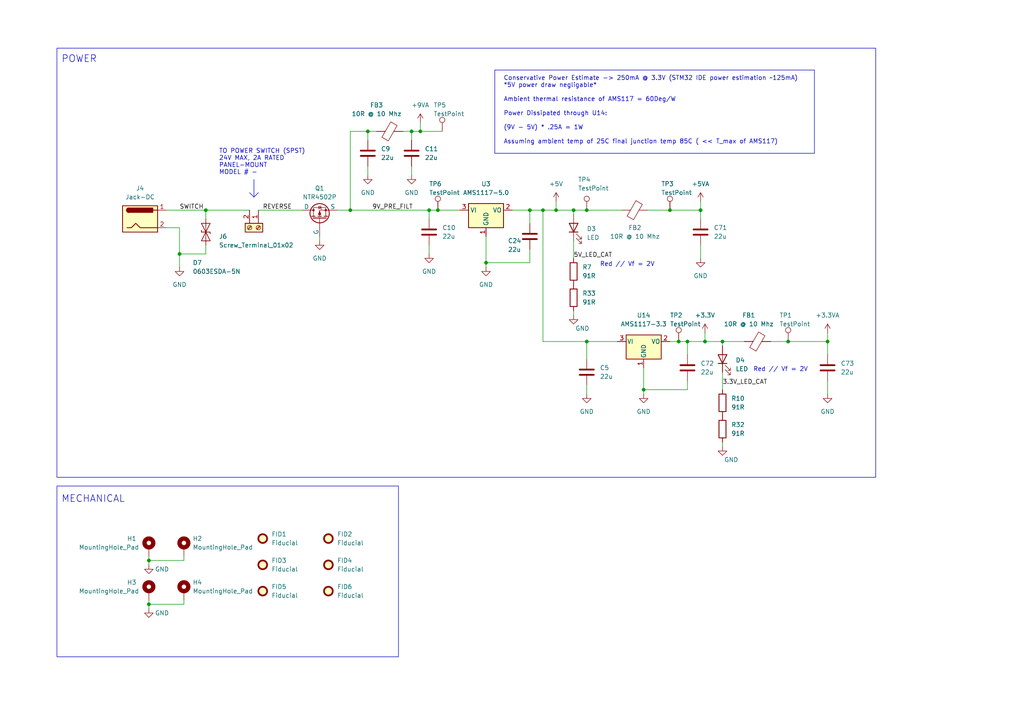
<source format=kicad_sch>
(kicad_sch (version 20230121) (generator eeschema)

  (uuid 989b40a5-7133-42cb-83b4-e20d6be5ce07)

  (paper "A4")

  (title_block
    (title "Power & Mechanical")
    (date "2024-03-14")
    (rev "v1.0")
  )

  (lib_symbols
    (symbol "Connector:Jack-DC" (pin_names (offset 1.016)) (in_bom yes) (on_board yes)
      (property "Reference" "J" (at 0 5.334 0)
        (effects (font (size 1.27 1.27)))
      )
      (property "Value" "Jack-DC" (at 0 -5.08 0)
        (effects (font (size 1.27 1.27)))
      )
      (property "Footprint" "" (at 1.27 -1.016 0)
        (effects (font (size 1.27 1.27)) hide)
      )
      (property "Datasheet" "~" (at 1.27 -1.016 0)
        (effects (font (size 1.27 1.27)) hide)
      )
      (property "ki_keywords" "DC power barrel jack connector" (at 0 0 0)
        (effects (font (size 1.27 1.27)) hide)
      )
      (property "ki_description" "DC Barrel Jack" (at 0 0 0)
        (effects (font (size 1.27 1.27)) hide)
      )
      (property "ki_fp_filters" "BarrelJack*" (at 0 0 0)
        (effects (font (size 1.27 1.27)) hide)
      )
      (symbol "Jack-DC_0_1"
        (rectangle (start -5.08 3.81) (end 5.08 -3.81)
          (stroke (width 0.254) (type default))
          (fill (type background))
        )
        (arc (start -3.302 3.175) (mid -3.9343 2.54) (end -3.302 1.905)
          (stroke (width 0.254) (type default))
          (fill (type none))
        )
        (arc (start -3.302 3.175) (mid -3.9343 2.54) (end -3.302 1.905)
          (stroke (width 0.254) (type default))
          (fill (type outline))
        )
        (polyline
          (pts
            (xy 5.08 2.54)
            (xy 3.81 2.54)
          )
          (stroke (width 0.254) (type default))
          (fill (type none))
        )
        (polyline
          (pts
            (xy -3.81 -2.54)
            (xy -2.54 -2.54)
            (xy -1.27 -1.27)
            (xy 0 -2.54)
            (xy 2.54 -2.54)
            (xy 5.08 -2.54)
          )
          (stroke (width 0.254) (type default))
          (fill (type none))
        )
        (rectangle (start 3.683 3.175) (end -3.302 1.905)
          (stroke (width 0.254) (type default))
          (fill (type outline))
        )
      )
      (symbol "Jack-DC_1_1"
        (pin passive line (at 7.62 2.54 180) (length 2.54)
          (name "~" (effects (font (size 1.27 1.27))))
          (number "1" (effects (font (size 1.27 1.27))))
        )
        (pin passive line (at 7.62 -2.54 180) (length 2.54)
          (name "~" (effects (font (size 1.27 1.27))))
          (number "2" (effects (font (size 1.27 1.27))))
        )
      )
    )
    (symbol "Connector:Screw_Terminal_01x02" (pin_names (offset 1.016) hide) (in_bom yes) (on_board yes)
      (property "Reference" "J" (at 0 2.54 0)
        (effects (font (size 1.27 1.27)))
      )
      (property "Value" "Screw_Terminal_01x02" (at 0 -5.08 0)
        (effects (font (size 1.27 1.27)))
      )
      (property "Footprint" "" (at 0 0 0)
        (effects (font (size 1.27 1.27)) hide)
      )
      (property "Datasheet" "~" (at 0 0 0)
        (effects (font (size 1.27 1.27)) hide)
      )
      (property "ki_keywords" "screw terminal" (at 0 0 0)
        (effects (font (size 1.27 1.27)) hide)
      )
      (property "ki_description" "Generic screw terminal, single row, 01x02, script generated (kicad-library-utils/schlib/autogen/connector/)" (at 0 0 0)
        (effects (font (size 1.27 1.27)) hide)
      )
      (property "ki_fp_filters" "TerminalBlock*:*" (at 0 0 0)
        (effects (font (size 1.27 1.27)) hide)
      )
      (symbol "Screw_Terminal_01x02_1_1"
        (rectangle (start -1.27 1.27) (end 1.27 -3.81)
          (stroke (width 0.254) (type default))
          (fill (type background))
        )
        (circle (center 0 -2.54) (radius 0.635)
          (stroke (width 0.1524) (type default))
          (fill (type none))
        )
        (polyline
          (pts
            (xy -0.5334 -2.2098)
            (xy 0.3302 -3.048)
          )
          (stroke (width 0.1524) (type default))
          (fill (type none))
        )
        (polyline
          (pts
            (xy -0.5334 0.3302)
            (xy 0.3302 -0.508)
          )
          (stroke (width 0.1524) (type default))
          (fill (type none))
        )
        (polyline
          (pts
            (xy -0.3556 -2.032)
            (xy 0.508 -2.8702)
          )
          (stroke (width 0.1524) (type default))
          (fill (type none))
        )
        (polyline
          (pts
            (xy -0.3556 0.508)
            (xy 0.508 -0.3302)
          )
          (stroke (width 0.1524) (type default))
          (fill (type none))
        )
        (circle (center 0 0) (radius 0.635)
          (stroke (width 0.1524) (type default))
          (fill (type none))
        )
        (pin passive line (at -5.08 0 0) (length 3.81)
          (name "Pin_1" (effects (font (size 1.27 1.27))))
          (number "1" (effects (font (size 1.27 1.27))))
        )
        (pin passive line (at -5.08 -2.54 0) (length 3.81)
          (name "Pin_2" (effects (font (size 1.27 1.27))))
          (number "2" (effects (font (size 1.27 1.27))))
        )
      )
    )
    (symbol "Connector:TestPoint" (pin_numbers hide) (pin_names (offset 0.762) hide) (in_bom yes) (on_board yes)
      (property "Reference" "TP" (at 0 6.858 0)
        (effects (font (size 1.27 1.27)))
      )
      (property "Value" "TestPoint" (at 0 5.08 0)
        (effects (font (size 1.27 1.27)))
      )
      (property "Footprint" "" (at 5.08 0 0)
        (effects (font (size 1.27 1.27)) hide)
      )
      (property "Datasheet" "~" (at 5.08 0 0)
        (effects (font (size 1.27 1.27)) hide)
      )
      (property "ki_keywords" "test point tp" (at 0 0 0)
        (effects (font (size 1.27 1.27)) hide)
      )
      (property "ki_description" "test point" (at 0 0 0)
        (effects (font (size 1.27 1.27)) hide)
      )
      (property "ki_fp_filters" "Pin* Test*" (at 0 0 0)
        (effects (font (size 1.27 1.27)) hide)
      )
      (symbol "TestPoint_0_1"
        (circle (center 0 3.302) (radius 0.762)
          (stroke (width 0) (type default))
          (fill (type none))
        )
      )
      (symbol "TestPoint_1_1"
        (pin passive line (at 0 0 90) (length 2.54)
          (name "1" (effects (font (size 1.27 1.27))))
          (number "1" (effects (font (size 1.27 1.27))))
        )
      )
    )
    (symbol "Device:C" (pin_numbers hide) (pin_names (offset 0.254)) (in_bom yes) (on_board yes)
      (property "Reference" "C" (at 0.635 2.54 0)
        (effects (font (size 1.27 1.27)) (justify left))
      )
      (property "Value" "C" (at 0.635 -2.54 0)
        (effects (font (size 1.27 1.27)) (justify left))
      )
      (property "Footprint" "" (at 0.9652 -3.81 0)
        (effects (font (size 1.27 1.27)) hide)
      )
      (property "Datasheet" "~" (at 0 0 0)
        (effects (font (size 1.27 1.27)) hide)
      )
      (property "ki_keywords" "cap capacitor" (at 0 0 0)
        (effects (font (size 1.27 1.27)) hide)
      )
      (property "ki_description" "Unpolarized capacitor" (at 0 0 0)
        (effects (font (size 1.27 1.27)) hide)
      )
      (property "ki_fp_filters" "C_*" (at 0 0 0)
        (effects (font (size 1.27 1.27)) hide)
      )
      (symbol "C_0_1"
        (polyline
          (pts
            (xy -2.032 -0.762)
            (xy 2.032 -0.762)
          )
          (stroke (width 0.508) (type default))
          (fill (type none))
        )
        (polyline
          (pts
            (xy -2.032 0.762)
            (xy 2.032 0.762)
          )
          (stroke (width 0.508) (type default))
          (fill (type none))
        )
      )
      (symbol "C_1_1"
        (pin passive line (at 0 3.81 270) (length 2.794)
          (name "~" (effects (font (size 1.27 1.27))))
          (number "1" (effects (font (size 1.27 1.27))))
        )
        (pin passive line (at 0 -3.81 90) (length 2.794)
          (name "~" (effects (font (size 1.27 1.27))))
          (number "2" (effects (font (size 1.27 1.27))))
        )
      )
    )
    (symbol "Device:FerriteBead" (pin_numbers hide) (pin_names (offset 0)) (in_bom yes) (on_board yes)
      (property "Reference" "FB" (at -3.81 0.635 90)
        (effects (font (size 1.27 1.27)))
      )
      (property "Value" "FerriteBead" (at 3.81 0 90)
        (effects (font (size 1.27 1.27)))
      )
      (property "Footprint" "" (at -1.778 0 90)
        (effects (font (size 1.27 1.27)) hide)
      )
      (property "Datasheet" "~" (at 0 0 0)
        (effects (font (size 1.27 1.27)) hide)
      )
      (property "ki_keywords" "L ferrite bead inductor filter" (at 0 0 0)
        (effects (font (size 1.27 1.27)) hide)
      )
      (property "ki_description" "Ferrite bead" (at 0 0 0)
        (effects (font (size 1.27 1.27)) hide)
      )
      (property "ki_fp_filters" "Inductor_* L_* *Ferrite*" (at 0 0 0)
        (effects (font (size 1.27 1.27)) hide)
      )
      (symbol "FerriteBead_0_1"
        (polyline
          (pts
            (xy 0 -1.27)
            (xy 0 -1.2192)
          )
          (stroke (width 0) (type default))
          (fill (type none))
        )
        (polyline
          (pts
            (xy 0 1.27)
            (xy 0 1.2954)
          )
          (stroke (width 0) (type default))
          (fill (type none))
        )
        (polyline
          (pts
            (xy -2.7686 0.4064)
            (xy -1.7018 2.2606)
            (xy 2.7686 -0.3048)
            (xy 1.6764 -2.159)
            (xy -2.7686 0.4064)
          )
          (stroke (width 0) (type default))
          (fill (type none))
        )
      )
      (symbol "FerriteBead_1_1"
        (pin passive line (at 0 3.81 270) (length 2.54)
          (name "~" (effects (font (size 1.27 1.27))))
          (number "1" (effects (font (size 1.27 1.27))))
        )
        (pin passive line (at 0 -3.81 90) (length 2.54)
          (name "~" (effects (font (size 1.27 1.27))))
          (number "2" (effects (font (size 1.27 1.27))))
        )
      )
    )
    (symbol "Device:LED" (pin_numbers hide) (pin_names (offset 1.016) hide) (in_bom yes) (on_board yes)
      (property "Reference" "D" (at 0 2.54 0)
        (effects (font (size 1.27 1.27)))
      )
      (property "Value" "LED" (at 0 -2.54 0)
        (effects (font (size 1.27 1.27)))
      )
      (property "Footprint" "" (at 0 0 0)
        (effects (font (size 1.27 1.27)) hide)
      )
      (property "Datasheet" "~" (at 0 0 0)
        (effects (font (size 1.27 1.27)) hide)
      )
      (property "ki_keywords" "LED diode" (at 0 0 0)
        (effects (font (size 1.27 1.27)) hide)
      )
      (property "ki_description" "Light emitting diode" (at 0 0 0)
        (effects (font (size 1.27 1.27)) hide)
      )
      (property "ki_fp_filters" "LED* LED_SMD:* LED_THT:*" (at 0 0 0)
        (effects (font (size 1.27 1.27)) hide)
      )
      (symbol "LED_0_1"
        (polyline
          (pts
            (xy -1.27 -1.27)
            (xy -1.27 1.27)
          )
          (stroke (width 0.254) (type default))
          (fill (type none))
        )
        (polyline
          (pts
            (xy -1.27 0)
            (xy 1.27 0)
          )
          (stroke (width 0) (type default))
          (fill (type none))
        )
        (polyline
          (pts
            (xy 1.27 -1.27)
            (xy 1.27 1.27)
            (xy -1.27 0)
            (xy 1.27 -1.27)
          )
          (stroke (width 0.254) (type default))
          (fill (type none))
        )
        (polyline
          (pts
            (xy -3.048 -0.762)
            (xy -4.572 -2.286)
            (xy -3.81 -2.286)
            (xy -4.572 -2.286)
            (xy -4.572 -1.524)
          )
          (stroke (width 0) (type default))
          (fill (type none))
        )
        (polyline
          (pts
            (xy -1.778 -0.762)
            (xy -3.302 -2.286)
            (xy -2.54 -2.286)
            (xy -3.302 -2.286)
            (xy -3.302 -1.524)
          )
          (stroke (width 0) (type default))
          (fill (type none))
        )
      )
      (symbol "LED_1_1"
        (pin passive line (at -3.81 0 0) (length 2.54)
          (name "K" (effects (font (size 1.27 1.27))))
          (number "1" (effects (font (size 1.27 1.27))))
        )
        (pin passive line (at 3.81 0 180) (length 2.54)
          (name "A" (effects (font (size 1.27 1.27))))
          (number "2" (effects (font (size 1.27 1.27))))
        )
      )
    )
    (symbol "Device:R" (pin_numbers hide) (pin_names (offset 0)) (in_bom yes) (on_board yes)
      (property "Reference" "R" (at 2.032 0 90)
        (effects (font (size 1.27 1.27)))
      )
      (property "Value" "R" (at 0 0 90)
        (effects (font (size 1.27 1.27)))
      )
      (property "Footprint" "" (at -1.778 0 90)
        (effects (font (size 1.27 1.27)) hide)
      )
      (property "Datasheet" "~" (at 0 0 0)
        (effects (font (size 1.27 1.27)) hide)
      )
      (property "ki_keywords" "R res resistor" (at 0 0 0)
        (effects (font (size 1.27 1.27)) hide)
      )
      (property "ki_description" "Resistor" (at 0 0 0)
        (effects (font (size 1.27 1.27)) hide)
      )
      (property "ki_fp_filters" "R_*" (at 0 0 0)
        (effects (font (size 1.27 1.27)) hide)
      )
      (symbol "R_0_1"
        (rectangle (start -1.016 -2.54) (end 1.016 2.54)
          (stroke (width 0.254) (type default))
          (fill (type none))
        )
      )
      (symbol "R_1_1"
        (pin passive line (at 0 3.81 270) (length 1.27)
          (name "~" (effects (font (size 1.27 1.27))))
          (number "1" (effects (font (size 1.27 1.27))))
        )
        (pin passive line (at 0 -3.81 90) (length 1.27)
          (name "~" (effects (font (size 1.27 1.27))))
          (number "2" (effects (font (size 1.27 1.27))))
        )
      )
    )
    (symbol "Diode:ESD9B3.3ST5G" (pin_numbers hide) (pin_names (offset 1.016) hide) (in_bom yes) (on_board yes)
      (property "Reference" "D" (at 0 2.54 0)
        (effects (font (size 1.27 1.27)))
      )
      (property "Value" "ESD9B3.3ST5G" (at 0 -2.54 0)
        (effects (font (size 1.27 1.27)))
      )
      (property "Footprint" "Diode_SMD:D_SOD-923" (at 0 0 0)
        (effects (font (size 1.27 1.27)) hide)
      )
      (property "Datasheet" "https://www.onsemi.com/pub/Collateral/ESD9B-D.PDF" (at 0 0 0)
        (effects (font (size 1.27 1.27)) hide)
      )
      (property "ki_keywords" "diode TVS ESD" (at 0 0 0)
        (effects (font (size 1.27 1.27)) hide)
      )
      (property "ki_description" "ESD protection diode, 3.3Vrwm, SOD-923" (at 0 0 0)
        (effects (font (size 1.27 1.27)) hide)
      )
      (property "ki_fp_filters" "D*SOD?923*" (at 0 0 0)
        (effects (font (size 1.27 1.27)) hide)
      )
      (symbol "ESD9B3.3ST5G_0_1"
        (polyline
          (pts
            (xy 1.27 0)
            (xy -1.27 0)
          )
          (stroke (width 0) (type default))
          (fill (type none))
        )
        (polyline
          (pts
            (xy -2.54 -1.27)
            (xy 0 0)
            (xy -2.54 1.27)
            (xy -2.54 -1.27)
          )
          (stroke (width 0.2032) (type default))
          (fill (type none))
        )
        (polyline
          (pts
            (xy 0.508 1.27)
            (xy 0 1.27)
            (xy 0 -1.27)
            (xy -0.508 -1.27)
          )
          (stroke (width 0.2032) (type default))
          (fill (type none))
        )
        (polyline
          (pts
            (xy 2.54 1.27)
            (xy 2.54 -1.27)
            (xy 0 0)
            (xy 2.54 1.27)
          )
          (stroke (width 0.2032) (type default))
          (fill (type none))
        )
      )
      (symbol "ESD9B3.3ST5G_1_1"
        (pin passive line (at -3.81 0 0) (length 2.54)
          (name "A1" (effects (font (size 1.27 1.27))))
          (number "1" (effects (font (size 1.27 1.27))))
        )
        (pin passive line (at 3.81 0 180) (length 2.54)
          (name "A2" (effects (font (size 1.27 1.27))))
          (number "2" (effects (font (size 1.27 1.27))))
        )
      )
    )
    (symbol "Mechanical:Fiducial" (in_bom yes) (on_board yes)
      (property "Reference" "FID" (at 0 5.08 0)
        (effects (font (size 1.27 1.27)))
      )
      (property "Value" "Fiducial" (at 0 3.175 0)
        (effects (font (size 1.27 1.27)))
      )
      (property "Footprint" "" (at 0 0 0)
        (effects (font (size 1.27 1.27)) hide)
      )
      (property "Datasheet" "~" (at 0 0 0)
        (effects (font (size 1.27 1.27)) hide)
      )
      (property "ki_keywords" "fiducial marker" (at 0 0 0)
        (effects (font (size 1.27 1.27)) hide)
      )
      (property "ki_description" "Fiducial Marker" (at 0 0 0)
        (effects (font (size 1.27 1.27)) hide)
      )
      (property "ki_fp_filters" "Fiducial*" (at 0 0 0)
        (effects (font (size 1.27 1.27)) hide)
      )
      (symbol "Fiducial_0_1"
        (circle (center 0 0) (radius 1.27)
          (stroke (width 0.508) (type default))
          (fill (type background))
        )
      )
    )
    (symbol "Mechanical:MountingHole_Pad" (pin_numbers hide) (pin_names (offset 1.016) hide) (in_bom yes) (on_board yes)
      (property "Reference" "H" (at 0 6.35 0)
        (effects (font (size 1.27 1.27)))
      )
      (property "Value" "MountingHole_Pad" (at 0 4.445 0)
        (effects (font (size 1.27 1.27)))
      )
      (property "Footprint" "" (at 0 0 0)
        (effects (font (size 1.27 1.27)) hide)
      )
      (property "Datasheet" "~" (at 0 0 0)
        (effects (font (size 1.27 1.27)) hide)
      )
      (property "ki_keywords" "mounting hole" (at 0 0 0)
        (effects (font (size 1.27 1.27)) hide)
      )
      (property "ki_description" "Mounting Hole with connection" (at 0 0 0)
        (effects (font (size 1.27 1.27)) hide)
      )
      (property "ki_fp_filters" "MountingHole*Pad*" (at 0 0 0)
        (effects (font (size 1.27 1.27)) hide)
      )
      (symbol "MountingHole_Pad_0_1"
        (circle (center 0 1.27) (radius 1.27)
          (stroke (width 1.27) (type default))
          (fill (type none))
        )
      )
      (symbol "MountingHole_Pad_1_1"
        (pin input line (at 0 -2.54 90) (length 2.54)
          (name "1" (effects (font (size 1.27 1.27))))
          (number "1" (effects (font (size 1.27 1.27))))
        )
      )
    )
    (symbol "Regulator_Linear:AMS1117-3.3" (pin_names (offset 0.254)) (in_bom yes) (on_board yes)
      (property "Reference" "U" (at -3.81 3.175 0)
        (effects (font (size 1.27 1.27)))
      )
      (property "Value" "AMS1117-3.3" (at 0 3.175 0)
        (effects (font (size 1.27 1.27)) (justify left))
      )
      (property "Footprint" "Package_TO_SOT_SMD:SOT-223-3_TabPin2" (at 0 5.08 0)
        (effects (font (size 1.27 1.27)) hide)
      )
      (property "Datasheet" "http://www.advanced-monolithic.com/pdf/ds1117.pdf" (at 2.54 -6.35 0)
        (effects (font (size 1.27 1.27)) hide)
      )
      (property "ki_keywords" "linear regulator ldo fixed positive" (at 0 0 0)
        (effects (font (size 1.27 1.27)) hide)
      )
      (property "ki_description" "1A Low Dropout regulator, positive, 3.3V fixed output, SOT-223" (at 0 0 0)
        (effects (font (size 1.27 1.27)) hide)
      )
      (property "ki_fp_filters" "SOT?223*TabPin2*" (at 0 0 0)
        (effects (font (size 1.27 1.27)) hide)
      )
      (symbol "AMS1117-3.3_0_1"
        (rectangle (start -5.08 -5.08) (end 5.08 1.905)
          (stroke (width 0.254) (type default))
          (fill (type background))
        )
      )
      (symbol "AMS1117-3.3_1_1"
        (pin power_in line (at 0 -7.62 90) (length 2.54)
          (name "GND" (effects (font (size 1.27 1.27))))
          (number "1" (effects (font (size 1.27 1.27))))
        )
        (pin power_out line (at 7.62 0 180) (length 2.54)
          (name "VO" (effects (font (size 1.27 1.27))))
          (number "2" (effects (font (size 1.27 1.27))))
        )
        (pin power_in line (at -7.62 0 0) (length 2.54)
          (name "VI" (effects (font (size 1.27 1.27))))
          (number "3" (effects (font (size 1.27 1.27))))
        )
      )
    )
    (symbol "Regulator_Linear:AMS1117-5.0" (in_bom yes) (on_board yes)
      (property "Reference" "U" (at -3.81 3.175 0)
        (effects (font (size 1.27 1.27)))
      )
      (property "Value" "AMS1117-5.0" (at 0 3.175 0)
        (effects (font (size 1.27 1.27)) (justify left))
      )
      (property "Footprint" "Package_TO_SOT_SMD:SOT-223-3_TabPin2" (at 0 5.08 0)
        (effects (font (size 1.27 1.27)) hide)
      )
      (property "Datasheet" "http://www.advanced-monolithic.com/pdf/ds1117.pdf" (at 2.54 -6.35 0)
        (effects (font (size 1.27 1.27)) hide)
      )
      (property "ki_keywords" "linear regulator ldo fixed positive" (at 0 0 0)
        (effects (font (size 1.27 1.27)) hide)
      )
      (property "ki_description" "1A Low Dropout regulator, positive, 5.0V fixed output, SOT-223" (at 0 0 0)
        (effects (font (size 1.27 1.27)) hide)
      )
      (property "ki_fp_filters" "SOT?223*TabPin2*" (at 0 0 0)
        (effects (font (size 1.27 1.27)) hide)
      )
      (symbol "AMS1117-5.0_0_1"
        (rectangle (start -5.08 -5.08) (end 5.08 1.905)
          (stroke (width 0.254) (type default))
          (fill (type background))
        )
      )
      (symbol "AMS1117-5.0_1_1"
        (pin power_in line (at 0 -7.62 90) (length 2.54)
          (name "GND" (effects (font (size 1.27 1.27))))
          (number "1" (effects (font (size 1.27 1.27))))
        )
        (pin power_out line (at 7.62 0 180) (length 2.54)
          (name "VO" (effects (font (size 1.27 1.27))))
          (number "2" (effects (font (size 1.27 1.27))))
        )
        (pin power_in line (at -7.62 0 0) (length 2.54)
          (name "VI" (effects (font (size 1.27 1.27))))
          (number "3" (effects (font (size 1.27 1.27))))
        )
      )
    )
    (symbol "Simulation_SPICE:PMOS" (pin_numbers hide) (pin_names (offset 0)) (in_bom yes) (on_board yes)
      (property "Reference" "Q" (at 5.08 1.27 0)
        (effects (font (size 1.27 1.27)) (justify left))
      )
      (property "Value" "PMOS" (at 5.08 -1.27 0)
        (effects (font (size 1.27 1.27)) (justify left))
      )
      (property "Footprint" "" (at 5.08 2.54 0)
        (effects (font (size 1.27 1.27)) hide)
      )
      (property "Datasheet" "https://ngspice.sourceforge.io/docs/ngspice-manual.pdf" (at 0 -12.7 0)
        (effects (font (size 1.27 1.27)) hide)
      )
      (property "Sim.Device" "PMOS" (at 0 -17.145 0)
        (effects (font (size 1.27 1.27)) hide)
      )
      (property "Sim.Type" "VDMOS" (at 0 -19.05 0)
        (effects (font (size 1.27 1.27)) hide)
      )
      (property "Sim.Pins" "1=D 2=G 3=S" (at 0 -15.24 0)
        (effects (font (size 1.27 1.27)) hide)
      )
      (property "ki_keywords" "transistor PMOS P-MOS P-MOSFET simulation" (at 0 0 0)
        (effects (font (size 1.27 1.27)) hide)
      )
      (property "ki_description" "P-MOSFET transistor, drain/source/gate" (at 0 0 0)
        (effects (font (size 1.27 1.27)) hide)
      )
      (symbol "PMOS_0_1"
        (polyline
          (pts
            (xy 0.254 0)
            (xy -2.54 0)
          )
          (stroke (width 0) (type default))
          (fill (type none))
        )
        (polyline
          (pts
            (xy 0.254 1.905)
            (xy 0.254 -1.905)
          )
          (stroke (width 0.254) (type default))
          (fill (type none))
        )
        (polyline
          (pts
            (xy 0.762 -1.27)
            (xy 0.762 -2.286)
          )
          (stroke (width 0.254) (type default))
          (fill (type none))
        )
        (polyline
          (pts
            (xy 0.762 0.508)
            (xy 0.762 -0.508)
          )
          (stroke (width 0.254) (type default))
          (fill (type none))
        )
        (polyline
          (pts
            (xy 0.762 2.286)
            (xy 0.762 1.27)
          )
          (stroke (width 0.254) (type default))
          (fill (type none))
        )
        (polyline
          (pts
            (xy 2.54 2.54)
            (xy 2.54 1.778)
          )
          (stroke (width 0) (type default))
          (fill (type none))
        )
        (polyline
          (pts
            (xy 2.54 -2.54)
            (xy 2.54 0)
            (xy 0.762 0)
          )
          (stroke (width 0) (type default))
          (fill (type none))
        )
        (polyline
          (pts
            (xy 0.762 1.778)
            (xy 3.302 1.778)
            (xy 3.302 -1.778)
            (xy 0.762 -1.778)
          )
          (stroke (width 0) (type default))
          (fill (type none))
        )
        (polyline
          (pts
            (xy 2.286 0)
            (xy 1.27 0.381)
            (xy 1.27 -0.381)
            (xy 2.286 0)
          )
          (stroke (width 0) (type default))
          (fill (type outline))
        )
        (polyline
          (pts
            (xy 2.794 -0.508)
            (xy 2.921 -0.381)
            (xy 3.683 -0.381)
            (xy 3.81 -0.254)
          )
          (stroke (width 0) (type default))
          (fill (type none))
        )
        (polyline
          (pts
            (xy 3.302 -0.381)
            (xy 2.921 0.254)
            (xy 3.683 0.254)
            (xy 3.302 -0.381)
          )
          (stroke (width 0) (type default))
          (fill (type none))
        )
        (circle (center 1.651 0) (radius 2.794)
          (stroke (width 0.254) (type default))
          (fill (type none))
        )
        (circle (center 2.54 -1.778) (radius 0.254)
          (stroke (width 0) (type default))
          (fill (type outline))
        )
        (circle (center 2.54 1.778) (radius 0.254)
          (stroke (width 0) (type default))
          (fill (type outline))
        )
      )
      (symbol "PMOS_1_1"
        (pin passive line (at 2.54 5.08 270) (length 2.54)
          (name "D" (effects (font (size 1.27 1.27))))
          (number "1" (effects (font (size 1.27 1.27))))
        )
        (pin input line (at -5.08 0 0) (length 2.54)
          (name "G" (effects (font (size 1.27 1.27))))
          (number "2" (effects (font (size 1.27 1.27))))
        )
        (pin passive line (at 2.54 -5.08 90) (length 2.54)
          (name "S" (effects (font (size 1.27 1.27))))
          (number "3" (effects (font (size 1.27 1.27))))
        )
      )
    )
    (symbol "power:+3.3V" (power) (pin_names (offset 0)) (in_bom yes) (on_board yes)
      (property "Reference" "#PWR" (at 0 -3.81 0)
        (effects (font (size 1.27 1.27)) hide)
      )
      (property "Value" "+3.3V" (at 0 3.556 0)
        (effects (font (size 1.27 1.27)))
      )
      (property "Footprint" "" (at 0 0 0)
        (effects (font (size 1.27 1.27)) hide)
      )
      (property "Datasheet" "" (at 0 0 0)
        (effects (font (size 1.27 1.27)) hide)
      )
      (property "ki_keywords" "power-flag" (at 0 0 0)
        (effects (font (size 1.27 1.27)) hide)
      )
      (property "ki_description" "Power symbol creates a global label with name \"+3.3V\"" (at 0 0 0)
        (effects (font (size 1.27 1.27)) hide)
      )
      (symbol "+3.3V_0_1"
        (polyline
          (pts
            (xy -0.762 1.27)
            (xy 0 2.54)
          )
          (stroke (width 0) (type default))
          (fill (type none))
        )
        (polyline
          (pts
            (xy 0 0)
            (xy 0 2.54)
          )
          (stroke (width 0) (type default))
          (fill (type none))
        )
        (polyline
          (pts
            (xy 0 2.54)
            (xy 0.762 1.27)
          )
          (stroke (width 0) (type default))
          (fill (type none))
        )
      )
      (symbol "+3.3V_1_1"
        (pin power_in line (at 0 0 90) (length 0) hide
          (name "+3.3V" (effects (font (size 1.27 1.27))))
          (number "1" (effects (font (size 1.27 1.27))))
        )
      )
    )
    (symbol "power:+3.3VA" (power) (pin_names (offset 0)) (in_bom yes) (on_board yes)
      (property "Reference" "#PWR" (at 0 -3.81 0)
        (effects (font (size 1.27 1.27)) hide)
      )
      (property "Value" "+3.3VA" (at 0 3.556 0)
        (effects (font (size 1.27 1.27)))
      )
      (property "Footprint" "" (at 0 0 0)
        (effects (font (size 1.27 1.27)) hide)
      )
      (property "Datasheet" "" (at 0 0 0)
        (effects (font (size 1.27 1.27)) hide)
      )
      (property "ki_keywords" "power-flag" (at 0 0 0)
        (effects (font (size 1.27 1.27)) hide)
      )
      (property "ki_description" "Power symbol creates a global label with name \"+3.3VA\"" (at 0 0 0)
        (effects (font (size 1.27 1.27)) hide)
      )
      (symbol "+3.3VA_0_1"
        (polyline
          (pts
            (xy -0.762 1.27)
            (xy 0 2.54)
          )
          (stroke (width 0) (type default))
          (fill (type none))
        )
        (polyline
          (pts
            (xy 0 0)
            (xy 0 2.54)
          )
          (stroke (width 0) (type default))
          (fill (type none))
        )
        (polyline
          (pts
            (xy 0 2.54)
            (xy 0.762 1.27)
          )
          (stroke (width 0) (type default))
          (fill (type none))
        )
      )
      (symbol "+3.3VA_1_1"
        (pin power_in line (at 0 0 90) (length 0) hide
          (name "+3.3VA" (effects (font (size 1.27 1.27))))
          (number "1" (effects (font (size 1.27 1.27))))
        )
      )
    )
    (symbol "power:+5V" (power) (pin_names (offset 0)) (in_bom yes) (on_board yes)
      (property "Reference" "#PWR" (at 0 -3.81 0)
        (effects (font (size 1.27 1.27)) hide)
      )
      (property "Value" "+5V" (at 0 3.556 0)
        (effects (font (size 1.27 1.27)))
      )
      (property "Footprint" "" (at 0 0 0)
        (effects (font (size 1.27 1.27)) hide)
      )
      (property "Datasheet" "" (at 0 0 0)
        (effects (font (size 1.27 1.27)) hide)
      )
      (property "ki_keywords" "power-flag" (at 0 0 0)
        (effects (font (size 1.27 1.27)) hide)
      )
      (property "ki_description" "Power symbol creates a global label with name \"+5V\"" (at 0 0 0)
        (effects (font (size 1.27 1.27)) hide)
      )
      (symbol "+5V_0_1"
        (polyline
          (pts
            (xy -0.762 1.27)
            (xy 0 2.54)
          )
          (stroke (width 0) (type default))
          (fill (type none))
        )
        (polyline
          (pts
            (xy 0 0)
            (xy 0 2.54)
          )
          (stroke (width 0) (type default))
          (fill (type none))
        )
        (polyline
          (pts
            (xy 0 2.54)
            (xy 0.762 1.27)
          )
          (stroke (width 0) (type default))
          (fill (type none))
        )
      )
      (symbol "+5V_1_1"
        (pin power_in line (at 0 0 90) (length 0) hide
          (name "+5V" (effects (font (size 1.27 1.27))))
          (number "1" (effects (font (size 1.27 1.27))))
        )
      )
    )
    (symbol "power:+5VA" (power) (pin_names (offset 0)) (in_bom yes) (on_board yes)
      (property "Reference" "#PWR" (at 0 -3.81 0)
        (effects (font (size 1.27 1.27)) hide)
      )
      (property "Value" "+5VA" (at 0 3.556 0)
        (effects (font (size 1.27 1.27)))
      )
      (property "Footprint" "" (at 0 0 0)
        (effects (font (size 1.27 1.27)) hide)
      )
      (property "Datasheet" "" (at 0 0 0)
        (effects (font (size 1.27 1.27)) hide)
      )
      (property "ki_keywords" "power-flag" (at 0 0 0)
        (effects (font (size 1.27 1.27)) hide)
      )
      (property "ki_description" "Power symbol creates a global label with name \"+5VA\"" (at 0 0 0)
        (effects (font (size 1.27 1.27)) hide)
      )
      (symbol "+5VA_0_1"
        (polyline
          (pts
            (xy -0.762 1.27)
            (xy 0 2.54)
          )
          (stroke (width 0) (type default))
          (fill (type none))
        )
        (polyline
          (pts
            (xy 0 0)
            (xy 0 2.54)
          )
          (stroke (width 0) (type default))
          (fill (type none))
        )
        (polyline
          (pts
            (xy 0 2.54)
            (xy 0.762 1.27)
          )
          (stroke (width 0) (type default))
          (fill (type none))
        )
      )
      (symbol "+5VA_1_1"
        (pin power_in line (at 0 0 90) (length 0) hide
          (name "+5VA" (effects (font (size 1.27 1.27))))
          (number "1" (effects (font (size 1.27 1.27))))
        )
      )
    )
    (symbol "power:+9VA" (power) (pin_names (offset 0)) (in_bom yes) (on_board yes)
      (property "Reference" "#PWR" (at 0 -3.175 0)
        (effects (font (size 1.27 1.27)) hide)
      )
      (property "Value" "+9VA" (at 0 3.81 0)
        (effects (font (size 1.27 1.27)))
      )
      (property "Footprint" "" (at 0 0 0)
        (effects (font (size 1.27 1.27)) hide)
      )
      (property "Datasheet" "" (at 0 0 0)
        (effects (font (size 1.27 1.27)) hide)
      )
      (property "ki_keywords" "global power" (at 0 0 0)
        (effects (font (size 1.27 1.27)) hide)
      )
      (property "ki_description" "Power symbol creates a global label with name \"+9VA\"" (at 0 0 0)
        (effects (font (size 1.27 1.27)) hide)
      )
      (symbol "+9VA_0_1"
        (polyline
          (pts
            (xy -0.762 1.27)
            (xy 0 2.54)
          )
          (stroke (width 0) (type default))
          (fill (type none))
        )
        (polyline
          (pts
            (xy 0 0)
            (xy 0 2.54)
          )
          (stroke (width 0) (type default))
          (fill (type none))
        )
        (polyline
          (pts
            (xy 0 2.54)
            (xy 0.762 1.27)
          )
          (stroke (width 0) (type default))
          (fill (type none))
        )
      )
      (symbol "+9VA_1_1"
        (pin power_in line (at 0 0 90) (length 0) hide
          (name "+9VA" (effects (font (size 1.27 1.27))))
          (number "1" (effects (font (size 1.27 1.27))))
        )
      )
    )
    (symbol "power:GND" (power) (pin_names (offset 0)) (in_bom yes) (on_board yes)
      (property "Reference" "#PWR" (at 0 -6.35 0)
        (effects (font (size 1.27 1.27)) hide)
      )
      (property "Value" "GND" (at 0 -3.81 0)
        (effects (font (size 1.27 1.27)))
      )
      (property "Footprint" "" (at 0 0 0)
        (effects (font (size 1.27 1.27)) hide)
      )
      (property "Datasheet" "" (at 0 0 0)
        (effects (font (size 1.27 1.27)) hide)
      )
      (property "ki_keywords" "power-flag" (at 0 0 0)
        (effects (font (size 1.27 1.27)) hide)
      )
      (property "ki_description" "Power symbol creates a global label with name \"GND\" , ground" (at 0 0 0)
        (effects (font (size 1.27 1.27)) hide)
      )
      (symbol "GND_0_1"
        (polyline
          (pts
            (xy 0 0)
            (xy 0 -1.27)
            (xy 1.27 -1.27)
            (xy 0 -2.54)
            (xy -1.27 -1.27)
            (xy 0 -1.27)
          )
          (stroke (width 0) (type default))
          (fill (type none))
        )
      )
      (symbol "GND_1_1"
        (pin power_in line (at 0 0 270) (length 0) hide
          (name "GND" (effects (font (size 1.27 1.27))))
          (number "1" (effects (font (size 1.27 1.27))))
        )
      )
    )
  )

  (junction (at 199.39 99.06) (diameter 0) (color 0 0 0 0)
    (uuid 018d4f8f-5c0a-4928-8694-bf873c7030be)
  )
  (junction (at 240.03 99.06) (diameter 0) (color 0 0 0 0)
    (uuid 041efec8-1133-45f1-b6db-5f932af24891)
  )
  (junction (at 228.6 99.06) (diameter 0) (color 0 0 0 0)
    (uuid 0ede105f-007e-4d89-84f2-1385be4d5530)
  )
  (junction (at 124.46 60.96) (diameter 0) (color 0 0 0 0)
    (uuid 1c64d7ab-c5da-40df-bd81-30f149e1a068)
  )
  (junction (at 203.2 60.96) (diameter 0) (color 0 0 0 0)
    (uuid 1f03cf8b-9286-4425-a4a9-4d421aa92136)
  )
  (junction (at 153.67 60.96) (diameter 0) (color 0 0 0 0)
    (uuid 3679477d-95ab-4a66-82d0-4b885d8d742f)
  )
  (junction (at 140.97 76.2) (diameter 0) (color 0 0 0 0)
    (uuid 436a1ae8-75f0-4ca9-b2c9-73ce8adbfbf3)
  )
  (junction (at 186.69 113.03) (diameter 0) (color 0 0 0 0)
    (uuid 4b1ff63e-68ac-4334-9723-60fb4ae2b413)
  )
  (junction (at 52.07 73.66) (diameter 0) (color 0 0 0 0)
    (uuid 55ec2c8a-64aa-46ff-85e2-d24d3615cabc)
  )
  (junction (at 127 60.96) (diameter 0) (color 0 0 0 0)
    (uuid 59d2254a-925a-4644-bd80-2a1392cf24cb)
  )
  (junction (at 43.18 162.56) (diameter 0) (color 0 0 0 0)
    (uuid 6a2457ff-2c28-4835-806d-da03017d97d9)
  )
  (junction (at 170.18 60.96) (diameter 0) (color 0 0 0 0)
    (uuid 7138865a-900d-48a9-9861-891fa493f727)
  )
  (junction (at 121.92 38.1) (diameter 0) (color 0 0 0 0)
    (uuid 7dd00990-c9b8-4c5d-bfc2-7abf45c7a194)
  )
  (junction (at 43.18 175.26) (diameter 0) (color 0 0 0 0)
    (uuid 8d55a674-07b1-4179-b4ea-9964b69c33b1)
  )
  (junction (at 106.68 38.1) (diameter 0) (color 0 0 0 0)
    (uuid 9bebe4b9-479f-4860-8dec-58bf9a7bea69)
  )
  (junction (at 101.6 60.96) (diameter 0) (color 0 0 0 0)
    (uuid a25fd7cf-a52b-482f-a368-97d9aa0e6e53)
  )
  (junction (at 204.47 99.06) (diameter 0) (color 0 0 0 0)
    (uuid b2813eff-2328-47ba-b62e-94231ef6b144)
  )
  (junction (at 209.55 99.06) (diameter 0) (color 0 0 0 0)
    (uuid b44a5fb0-7171-4761-9218-3cbe77865067)
  )
  (junction (at 161.29 60.96) (diameter 0) (color 0 0 0 0)
    (uuid bf0d9ccc-4faf-4952-b915-4b064d8a970b)
  )
  (junction (at 196.85 99.06) (diameter 0) (color 0 0 0 0)
    (uuid c7400f95-4442-49f0-861c-cf946c7923e9)
  )
  (junction (at 157.48 60.96) (diameter 0) (color 0 0 0 0)
    (uuid dad79b6f-af30-4246-9c41-d81bf83db357)
  )
  (junction (at 59.69 60.96) (diameter 0) (color 0 0 0 0)
    (uuid daf94741-ba6c-4196-8ef7-55a5f27a98ea)
  )
  (junction (at 194.31 60.96) (diameter 0) (color 0 0 0 0)
    (uuid e7673fb9-1c40-4e78-82c0-c58e89eb3b0f)
  )
  (junction (at 119.38 38.1) (diameter 0) (color 0 0 0 0)
    (uuid ef4fe114-3129-453e-ba15-8652383a4567)
  )
  (junction (at 170.18 99.06) (diameter 0) (color 0 0 0 0)
    (uuid f5132153-c7bc-4854-953d-32990e3102ed)
  )
  (junction (at 166.37 60.96) (diameter 0) (color 0 0 0 0)
    (uuid fb16fdc6-2b39-45be-bf8d-95626db5e597)
  )

  (wire (pts (xy 166.37 69.85) (xy 166.37 74.93))
    (stroke (width 0) (type default))
    (uuid 021431cc-3f67-4968-98be-194bf8a82230)
  )
  (wire (pts (xy 48.26 60.96) (xy 59.69 60.96))
    (stroke (width 0) (type default))
    (uuid 02703635-5ef5-46dd-9031-885d34e9feb0)
  )
  (wire (pts (xy 121.92 35.56) (xy 121.92 38.1))
    (stroke (width 0) (type default))
    (uuid 068f7814-a3f2-41cf-b850-9f98e66e8ad0)
  )
  (wire (pts (xy 166.37 90.17) (xy 166.37 91.44))
    (stroke (width 0) (type default))
    (uuid 0d01f476-521d-4ee3-96fe-0feaf59fc8a7)
  )
  (wire (pts (xy 161.29 60.96) (xy 166.37 60.96))
    (stroke (width 0) (type default))
    (uuid 143e7be0-66b0-4560-8d9a-50446fbae0e2)
  )
  (wire (pts (xy 223.52 99.06) (xy 228.6 99.06))
    (stroke (width 0) (type default))
    (uuid 14653bfb-45e8-4722-ae59-6bae627ae1d0)
  )
  (wire (pts (xy 203.2 58.42) (xy 203.2 60.96))
    (stroke (width 0) (type default))
    (uuid 17c24895-fba8-4af5-8423-22da67840477)
  )
  (wire (pts (xy 153.67 60.96) (xy 153.67 64.77))
    (stroke (width 0) (type default))
    (uuid 1df95829-b4be-42ea-a0fd-679fb428274e)
  )
  (wire (pts (xy 203.2 63.5) (xy 203.2 60.96))
    (stroke (width 0) (type default))
    (uuid 24cf809d-f8e6-4cdb-a9b7-6a655c685e57)
  )
  (wire (pts (xy 199.39 113.03) (xy 186.69 113.03))
    (stroke (width 0) (type default))
    (uuid 27bb1ba4-3b01-41b3-abc6-4eb1b6220f3b)
  )
  (wire (pts (xy 52.07 66.04) (xy 52.07 73.66))
    (stroke (width 0) (type default))
    (uuid 2d2c6d21-67cd-48eb-9a1e-189b9e728c34)
  )
  (wire (pts (xy 140.97 68.58) (xy 140.97 76.2))
    (stroke (width 0) (type default))
    (uuid 2e6a0d17-f8b1-4edf-8e37-3e568ee2f4da)
  )
  (wire (pts (xy 43.18 173.99) (xy 43.18 175.26))
    (stroke (width 0) (type default))
    (uuid 3349ad2b-4993-4207-b78f-f8c5f17b9886)
  )
  (wire (pts (xy 59.69 73.66) (xy 52.07 73.66))
    (stroke (width 0) (type default))
    (uuid 39916a4d-a475-4195-8063-0843bedbaaf4)
  )
  (wire (pts (xy 199.39 99.06) (xy 196.85 99.06))
    (stroke (width 0) (type default))
    (uuid 39f0b223-1120-4923-becc-3318b4b8dce4)
  )
  (polyline (pts (xy 236.22 20.32) (xy 236.22 44.45))
    (stroke (width 0) (type default))
    (uuid 3ea98792-f3ad-4f64-b3d6-e8756d9cdd1c)
  )

  (wire (pts (xy 209.55 128.27) (xy 209.55 129.54))
    (stroke (width 0) (type default))
    (uuid 3ec79078-edd4-4286-99d6-8ad88184a930)
  )
  (wire (pts (xy 124.46 63.5) (xy 124.46 60.96))
    (stroke (width 0) (type default))
    (uuid 3ff6fdf1-1f15-48a2-a6d2-800fb204e04e)
  )
  (wire (pts (xy 170.18 111.76) (xy 170.18 114.3))
    (stroke (width 0) (type default))
    (uuid 405d66b0-9e02-4347-bc2e-ceeafc5cd14f)
  )
  (wire (pts (xy 161.29 58.42) (xy 161.29 60.96))
    (stroke (width 0) (type default))
    (uuid 46467a00-1792-4e3e-8b43-084effd8b547)
  )
  (wire (pts (xy 153.67 72.39) (xy 153.67 76.2))
    (stroke (width 0) (type default))
    (uuid 4c26f899-0ee1-4096-a7fc-c680f49857eb)
  )
  (wire (pts (xy 209.55 99.06) (xy 215.9 99.06))
    (stroke (width 0) (type default))
    (uuid 4daed4bf-179e-48f9-8c20-3ca3b58f2300)
  )
  (wire (pts (xy 53.34 175.26) (xy 43.18 175.26))
    (stroke (width 0) (type default))
    (uuid 4ee48ce8-9a53-4818-923a-bef195d36c1e)
  )
  (wire (pts (xy 209.55 107.95) (xy 209.55 113.03))
    (stroke (width 0) (type default))
    (uuid 57a94dc1-f246-42ee-96b4-ca4a5959c5f8)
  )
  (wire (pts (xy 43.18 161.29) (xy 43.18 162.56))
    (stroke (width 0) (type default))
    (uuid 5b4e7a17-2d5a-47fe-8275-d4e212b041fe)
  )
  (wire (pts (xy 157.48 99.06) (xy 170.18 99.06))
    (stroke (width 0) (type default))
    (uuid 600411a7-444e-4ee2-b330-a93edde78a77)
  )
  (polyline (pts (xy 143.51 44.45) (xy 236.22 44.45))
    (stroke (width 0) (type default))
    (uuid 61287377-2654-4840-9f0c-985cecbc20ec)
  )

  (wire (pts (xy 101.6 60.96) (xy 124.46 60.96))
    (stroke (width 0) (type default))
    (uuid 62d3aaca-3fd6-49ae-8124-4a5eb2866be6)
  )
  (wire (pts (xy 199.39 99.06) (xy 199.39 102.87))
    (stroke (width 0) (type default))
    (uuid 6304e1ba-a895-4151-9e44-b7086cdd699c)
  )
  (wire (pts (xy 199.39 110.49) (xy 199.39 113.03))
    (stroke (width 0) (type default))
    (uuid 6320ed98-9316-4f3b-8bff-3681f4d63cd2)
  )
  (wire (pts (xy 101.6 38.1) (xy 106.68 38.1))
    (stroke (width 0) (type default))
    (uuid 66218137-be93-405b-8ecb-1cbd5eca2968)
  )
  (wire (pts (xy 106.68 38.1) (xy 109.22 38.1))
    (stroke (width 0) (type default))
    (uuid 6a84b544-64e4-4a4e-89c8-fe12d7789b7b)
  )
  (wire (pts (xy 170.18 99.06) (xy 179.07 99.06))
    (stroke (width 0) (type default))
    (uuid 6e3b0093-e8be-4124-beb3-163be8d0b92c)
  )
  (wire (pts (xy 43.18 162.56) (xy 43.18 163.83))
    (stroke (width 0) (type default))
    (uuid 6e8e7d7a-2374-4af4-9eee-10d4e0d415f7)
  )
  (wire (pts (xy 101.6 60.96) (xy 101.6 38.1))
    (stroke (width 0) (type default))
    (uuid 74a2f014-7bc8-4370-81bd-a59473015ef8)
  )
  (wire (pts (xy 157.48 60.96) (xy 157.48 99.06))
    (stroke (width 0) (type default))
    (uuid 756ee0ea-8756-490d-8d52-54ef454d1a21)
  )
  (wire (pts (xy 166.37 60.96) (xy 170.18 60.96))
    (stroke (width 0) (type default))
    (uuid 75bb0e7b-0184-44ad-b32e-2b58280a2a8e)
  )
  (wire (pts (xy 106.68 48.26) (xy 106.68 50.8))
    (stroke (width 0) (type default))
    (uuid 7f2470dc-00b6-402f-b180-7a8a062eea69)
  )
  (wire (pts (xy 204.47 96.52) (xy 204.47 99.06))
    (stroke (width 0) (type default))
    (uuid 8183cd30-d56a-4357-ba47-8c05798dd6ea)
  )
  (wire (pts (xy 53.34 161.29) (xy 53.34 162.56))
    (stroke (width 0) (type default))
    (uuid 82200be8-67cc-4a7b-9c75-55b1a9a4f420)
  )
  (polyline (pts (xy 73.66 57.15) (xy 74.93 55.88))
    (stroke (width 0) (type default))
    (uuid 8357ca1c-23d0-4547-b696-21e0be0203f3)
  )

  (wire (pts (xy 59.69 71.12) (xy 59.69 73.66))
    (stroke (width 0) (type default))
    (uuid 839a70ca-d80e-4642-b20c-b71476b05a21)
  )
  (wire (pts (xy 153.67 76.2) (xy 140.97 76.2))
    (stroke (width 0) (type default))
    (uuid 844a9809-9abf-4013-8534-5261c16f753b)
  )
  (wire (pts (xy 119.38 38.1) (xy 121.92 38.1))
    (stroke (width 0) (type default))
    (uuid 8c09d456-3d22-4071-b7d3-492db58bcf5d)
  )
  (wire (pts (xy 140.97 76.2) (xy 140.97 77.47))
    (stroke (width 0) (type default))
    (uuid 8eb6a932-111a-4d8b-aa76-7c15a2874d09)
  )
  (wire (pts (xy 204.47 99.06) (xy 209.55 99.06))
    (stroke (width 0) (type default))
    (uuid 8f79046d-9e46-429d-ab1c-d9629db37f06)
  )
  (wire (pts (xy 240.03 110.49) (xy 240.03 114.3))
    (stroke (width 0) (type default))
    (uuid 93f664a1-a97e-421b-8b4f-7a1a72c5dfc5)
  )
  (wire (pts (xy 196.85 99.06) (xy 194.31 99.06))
    (stroke (width 0) (type default))
    (uuid 97df2a74-887f-45d0-bcd9-92946b78af9e)
  )
  (wire (pts (xy 127 60.96) (xy 133.35 60.96))
    (stroke (width 0) (type default))
    (uuid a02bdf0a-546e-46f3-bed8-781f28d93764)
  )
  (wire (pts (xy 228.6 99.06) (xy 240.03 99.06))
    (stroke (width 0) (type default))
    (uuid a1e8d9f2-3990-4b33-ab10-d32474f49a0a)
  )
  (wire (pts (xy 53.34 173.99) (xy 53.34 175.26))
    (stroke (width 0) (type default))
    (uuid a364ce72-357b-40e7-87c7-17fc1f049a43)
  )
  (wire (pts (xy 187.96 60.96) (xy 194.31 60.96))
    (stroke (width 0) (type default))
    (uuid a4186f08-b1c5-4790-a885-d56bf1e6d65e)
  )
  (wire (pts (xy 119.38 48.26) (xy 119.38 50.8))
    (stroke (width 0) (type default))
    (uuid a434b251-7449-4186-8e0a-9669e2c48df1)
  )
  (wire (pts (xy 116.84 38.1) (xy 119.38 38.1))
    (stroke (width 0) (type default))
    (uuid a7219119-ec5b-4a16-abbe-2646e87f7329)
  )
  (polyline (pts (xy 143.51 44.45) (xy 143.51 20.32))
    (stroke (width 0) (type default))
    (uuid a8472c2e-d0e0-4bbd-8e57-79cf65d124e8)
  )

  (wire (pts (xy 240.03 96.52) (xy 240.03 99.06))
    (stroke (width 0) (type default))
    (uuid a8c87803-0910-4423-b939-5c78a06864ba)
  )
  (polyline (pts (xy 72.39 55.88) (xy 73.66 57.15))
    (stroke (width 0) (type default))
    (uuid a9908db2-d36f-4dbc-bc92-8c4cdab51f40)
  )

  (wire (pts (xy 194.31 60.96) (xy 203.2 60.96))
    (stroke (width 0) (type default))
    (uuid aafeffe7-b6bd-4d7a-b519-6b41bf93d738)
  )
  (wire (pts (xy 170.18 99.06) (xy 170.18 104.14))
    (stroke (width 0) (type default))
    (uuid ab322fe7-2038-4d76-87d6-258cc12efc1f)
  )
  (wire (pts (xy 74.93 60.96) (xy 87.63 60.96))
    (stroke (width 0) (type default))
    (uuid abf08a2d-6695-4c7b-97fb-fc78fba3d31c)
  )
  (wire (pts (xy 43.18 175.26) (xy 43.18 176.53))
    (stroke (width 0) (type default))
    (uuid b482a57d-444a-4d10-a2d6-9b0a0c44f92d)
  )
  (wire (pts (xy 186.69 113.03) (xy 186.69 114.3))
    (stroke (width 0) (type default))
    (uuid b4d9e80c-2bcc-4a1a-b5ca-718cb0cc08c1)
  )
  (wire (pts (xy 121.92 38.1) (xy 128.27 38.1))
    (stroke (width 0) (type default))
    (uuid b4edfcff-20a4-491d-90f8-ca1bf19538a4)
  )
  (wire (pts (xy 97.79 60.96) (xy 101.6 60.96))
    (stroke (width 0) (type default))
    (uuid b6d9bb8b-835b-4d58-b90c-f963787d12af)
  )
  (wire (pts (xy 53.34 162.56) (xy 43.18 162.56))
    (stroke (width 0) (type default))
    (uuid b78e7c2c-ae62-4004-8a00-37e5e7730034)
  )
  (wire (pts (xy 52.07 73.66) (xy 52.07 77.47))
    (stroke (width 0) (type default))
    (uuid b7db78c6-a378-4bd5-b8b0-5498b9659286)
  )
  (wire (pts (xy 203.2 71.12) (xy 203.2 74.93))
    (stroke (width 0) (type default))
    (uuid bee82bd4-2195-4467-8b2d-57242d362ca3)
  )
  (wire (pts (xy 170.18 60.96) (xy 180.34 60.96))
    (stroke (width 0) (type default))
    (uuid c122050b-11d9-4567-acb3-6ba2fa82a987)
  )
  (wire (pts (xy 148.59 60.96) (xy 153.67 60.96))
    (stroke (width 0) (type default))
    (uuid c46e8ab6-ba0b-4131-a85c-b1f169c4d081)
  )
  (wire (pts (xy 209.55 99.06) (xy 209.55 100.33))
    (stroke (width 0) (type default))
    (uuid cf41608a-668b-4aad-bbae-e3a857c4dad2)
  )
  (wire (pts (xy 119.38 38.1) (xy 119.38 40.64))
    (stroke (width 0) (type default))
    (uuid d62e8641-93fc-4fb9-bfbc-3852a8df1d8c)
  )
  (wire (pts (xy 199.39 99.06) (xy 204.47 99.06))
    (stroke (width 0) (type default))
    (uuid d71bd724-6ee3-40e9-886d-e1dbcf9db021)
  )
  (polyline (pts (xy 73.66 52.07) (xy 73.66 57.15))
    (stroke (width 0) (type default))
    (uuid d81d1ade-9c15-45fd-83df-0c8017ce2307)
  )

  (wire (pts (xy 186.69 106.68) (xy 186.69 113.03))
    (stroke (width 0) (type default))
    (uuid da1d80c1-df9c-450c-ad36-69b17756f984)
  )
  (wire (pts (xy 48.26 66.04) (xy 52.07 66.04))
    (stroke (width 0) (type default))
    (uuid dac9d5ab-7a0f-4c21-8ec6-2776dabdf28d)
  )
  (wire (pts (xy 124.46 71.12) (xy 124.46 73.66))
    (stroke (width 0) (type default))
    (uuid dd616f02-438a-4b96-9222-64ea046d67d8)
  )
  (wire (pts (xy 92.71 68.58) (xy 92.71 69.85))
    (stroke (width 0) (type default))
    (uuid e31c8b00-5dda-4a03-88c8-868b580f1cec)
  )
  (wire (pts (xy 59.69 60.96) (xy 59.69 63.5))
    (stroke (width 0) (type default))
    (uuid e5499a4c-2bd3-476e-be8a-c51050968cd4)
  )
  (wire (pts (xy 153.67 60.96) (xy 157.48 60.96))
    (stroke (width 0) (type default))
    (uuid e887be6a-418d-4f00-a424-454c64ac2a39)
  )
  (wire (pts (xy 106.68 40.64) (xy 106.68 38.1))
    (stroke (width 0) (type default))
    (uuid eafb8520-4203-41d4-9c0a-743000411b98)
  )
  (polyline (pts (xy 143.51 20.32) (xy 236.22 20.32))
    (stroke (width 0) (type default))
    (uuid ec62d439-9158-4c76-8535-07e85927ccb0)
  )

  (wire (pts (xy 166.37 60.96) (xy 166.37 62.23))
    (stroke (width 0) (type default))
    (uuid edf2e533-153a-4d9b-8c05-eb0db003a5f3)
  )
  (wire (pts (xy 157.48 60.96) (xy 161.29 60.96))
    (stroke (width 0) (type default))
    (uuid f062f9fb-a7b8-4707-bfbb-0b738c3953a4)
  )
  (wire (pts (xy 59.69 60.96) (xy 72.39 60.96))
    (stroke (width 0) (type default))
    (uuid f4d9bd5d-1dd6-445f-80ed-9a1d0b1d1a46)
  )
  (wire (pts (xy 124.46 60.96) (xy 127 60.96))
    (stroke (width 0) (type default))
    (uuid fedda3f8-75e4-4df3-8a72-2ff5d4d27df3)
  )
  (wire (pts (xy 240.03 99.06) (xy 240.03 102.87))
    (stroke (width 0) (type default))
    (uuid ff3ca193-e2ee-4273-8630-2e6b7ef26169)
  )

  (rectangle (start 16.51 13.97) (end 254 138.43)
    (stroke (width 0) (type default))
    (fill (type none))
    (uuid 87af9525-ff4a-41ab-911c-a3388b4209cd)
  )
  (rectangle (start 16.51 140.97) (end 115.57 190.5)
    (stroke (width 0) (type default))
    (fill (type none))
    (uuid e8bc63c7-0178-415b-ac17-9bc0dfc96794)
  )

  (text "Conservative Power Estimate -> 250mA @ 3.3V (STM32 IDE power estimation ~125mA)\n*5V power draw negligable*\n\nAmbient thermal resistance of AMS117 = 60Deg/W\n\nPower Dissipated through U14:\n\n(9V - 5V) * .25A = 1W\n\nAssuming ambient temp of 25C final junction temp 85C ( << T_max of AMS117)"
    (at 146.05 41.91 0)
    (effects (font (size 1.27 1.27)) (justify left bottom))
    (uuid 246cde6c-dce9-4cb4-8b54-79c60af7ad15)
  )
  (text "TO POWER SWITCH (SPST)\n24V MAX, 2A RATED\nPANEL-MOUNT\nMODEL # - "
    (at 63.5 50.8 0)
    (effects (font (size 1.27 1.27)) (justify left bottom))
    (uuid 7d9b4f07-dd04-4274-94c2-053a0c0d7f55)
  )
  (text "MECHANICAL\n\n\n" (at 17.78 152.4 0)
    (effects (font (size 2 2)) (justify left bottom))
    (uuid 82b5c787-5160-4120-99ea-99ef458489bd)
  )
  (text "POWER\n\n" (at 17.78 21.59 0)
    (effects (font (size 2 2)) (justify left bottom))
    (uuid 87e5b846-6131-4d5d-aa60-02c952056c5e)
  )
  (text "Red // Vf = 2V\n" (at 173.99 77.47 0)
    (effects (font (size 1.27 1.27)) (justify left bottom))
    (uuid b3a0bbc5-96ad-48e0-8b42-d6ddac50696c)
  )
  (text "Red // Vf = 2V\n" (at 218.44 107.95 0)
    (effects (font (size 1.27 1.27)) (justify left bottom))
    (uuid fcf741bd-b1f2-454a-858c-c38542212fd9)
  )

  (label "5V_LED_CAT" (at 166.37 74.93 0) (fields_autoplaced)
    (effects (font (size 1.27 1.27)) (justify left bottom))
    (uuid 08504c79-edd7-4e5a-93d9-6ffacd763448)
  )
  (label "3.3V_LED_CAT" (at 209.55 111.76 0) (fields_autoplaced)
    (effects (font (size 1.27 1.27)) (justify left bottom))
    (uuid 744406bf-0257-45e7-b4ed-d34314ac252f)
  )
  (label "REVERSE" (at 76.2 60.96 0) (fields_autoplaced)
    (effects (font (size 1.27 1.27)) (justify left bottom))
    (uuid a84e7f8d-9299-4feb-bd63-24917a473991)
  )
  (label "SWITCH" (at 52.07 60.96 0) (fields_autoplaced)
    (effects (font (size 1.27 1.27)) (justify left bottom))
    (uuid d51c3cdb-7ecc-41df-bcd9-efec3843c3ee)
  )
  (label "9V_PRE_FILT" (at 107.95 60.96 0) (fields_autoplaced)
    (effects (font (size 1.27 1.27)) (justify left bottom))
    (uuid e1deb88a-7e95-454d-819b-536d6b472c1e)
  )

  (symbol (lib_id "Device:R") (at 166.37 86.36 0) (unit 1)
    (in_bom yes) (on_board yes) (dnp no)
    (uuid 05c0daa8-9afc-46db-abc4-51b5ab60cd58)
    (property "Reference" "R33" (at 168.91 85.0899 0)
      (effects (font (size 1.27 1.27)) (justify left))
    )
    (property "Value" "91R" (at 168.91 87.63 0)
      (effects (font (size 1.27 1.27)) (justify left))
    )
    (property "Footprint" "Resistor_SMD:R_0603_1608Metric" (at 164.592 86.36 90)
      (effects (font (size 1.27 1.27)) hide)
    )
    (property "Datasheet" "~" (at 166.37 86.36 0)
      (effects (font (size 1.27 1.27)) hide)
    )
    (pin "1" (uuid d6db254a-3cac-4c11-be66-5830915c3af8))
    (pin "2" (uuid 84bec09f-9c3a-4496-aa10-873dc5211b91))
    (instances
      (project "Apothecary - DSP Development Board"
        (path "/74076231-107d-4bdf-9dd5-32b56350c043/516f144f-fef3-4135-a03a-6ba6a20c6ea6"
          (reference "R33") (unit 1)
        )
      )
    )
  )

  (symbol (lib_id "Device:C") (at 153.67 68.58 180) (unit 1)
    (in_bom yes) (on_board yes) (dnp no)
    (uuid 090baf36-409a-4fc7-9591-918aedad8c11)
    (property "Reference" "C24" (at 147.32 69.85 0)
      (effects (font (size 1.27 1.27)) (justify right))
    )
    (property "Value" "22u" (at 147.32 72.39 0)
      (effects (font (size 1.27 1.27)) (justify right))
    )
    (property "Footprint" "Capacitor_SMD:C_1210_3225Metric" (at 152.7048 64.77 0)
      (effects (font (size 1.27 1.27)) hide)
    )
    (property "Datasheet" "~" (at 153.67 68.58 0)
      (effects (font (size 1.27 1.27)) hide)
    )
    (pin "1" (uuid e9b2ad18-b91e-48b1-9f6a-aee1c55405b0))
    (pin "2" (uuid 1d157521-01f2-41a5-99ff-d3281f8122e9))
    (instances
      (project "Apothecary - DSP Development Board"
        (path "/74076231-107d-4bdf-9dd5-32b56350c043/516f144f-fef3-4135-a03a-6ba6a20c6ea6"
          (reference "C24") (unit 1)
        )
      )
    )
  )

  (symbol (lib_id "Connector:TestPoint") (at 196.85 99.06 0) (unit 1)
    (in_bom yes) (on_board yes) (dnp no)
    (uuid 10a1762e-0ce8-4b18-b94c-a748ae66d618)
    (property "Reference" "TP2" (at 194.31 91.44 0)
      (effects (font (size 1.27 1.27)) (justify left))
    )
    (property "Value" "TestPoint" (at 194.31 93.98 0)
      (effects (font (size 1.27 1.27)) (justify left))
    )
    (property "Footprint" "TestPoint:TestPoint_Pad_D1.5mm" (at 201.93 99.06 0)
      (effects (font (size 1.27 1.27)) hide)
    )
    (property "Datasheet" "~" (at 201.93 99.06 0)
      (effects (font (size 1.27 1.27)) hide)
    )
    (pin "1" (uuid a09deac7-a6aa-4269-b92d-98531c35132e))
    (instances
      (project "Apothecary - DSP Development Board"
        (path "/74076231-107d-4bdf-9dd5-32b56350c043/516f144f-fef3-4135-a03a-6ba6a20c6ea6"
          (reference "TP2") (unit 1)
        )
      )
    )
  )

  (symbol (lib_id "power:+9VA") (at 121.92 35.56 0) (unit 1)
    (in_bom yes) (on_board yes) (dnp no) (fields_autoplaced)
    (uuid 267af56f-1c51-4146-8969-7b60a764d8c2)
    (property "Reference" "#PWR0201" (at 121.92 38.735 0)
      (effects (font (size 1.27 1.27)) hide)
    )
    (property "Value" "+9VA" (at 121.92 30.48 0)
      (effects (font (size 1.27 1.27)))
    )
    (property "Footprint" "" (at 121.92 35.56 0)
      (effects (font (size 1.27 1.27)) hide)
    )
    (property "Datasheet" "" (at 121.92 35.56 0)
      (effects (font (size 1.27 1.27)) hide)
    )
    (pin "1" (uuid d367e4fc-ddc5-4a26-88ee-3c422e5d9c9b))
    (instances
      (project "Apothecary - DSP Development Board"
        (path "/74076231-107d-4bdf-9dd5-32b56350c043/516f144f-fef3-4135-a03a-6ba6a20c6ea6"
          (reference "#PWR0201") (unit 1)
        )
      )
    )
  )

  (symbol (lib_id "Connector:TestPoint") (at 194.31 60.96 0) (unit 1)
    (in_bom yes) (on_board yes) (dnp no)
    (uuid 26a9cb66-644c-4216-b062-b06824881fc7)
    (property "Reference" "TP3" (at 191.77 53.34 0)
      (effects (font (size 1.27 1.27)) (justify left))
    )
    (property "Value" "TestPoint" (at 191.77 55.88 0)
      (effects (font (size 1.27 1.27)) (justify left))
    )
    (property "Footprint" "TestPoint:TestPoint_Pad_D1.5mm" (at 199.39 60.96 0)
      (effects (font (size 1.27 1.27)) hide)
    )
    (property "Datasheet" "~" (at 199.39 60.96 0)
      (effects (font (size 1.27 1.27)) hide)
    )
    (pin "1" (uuid 07a6b0f4-c651-4b4a-a8c2-8063e823931a))
    (instances
      (project "Apothecary - DSP Development Board"
        (path "/74076231-107d-4bdf-9dd5-32b56350c043/516f144f-fef3-4135-a03a-6ba6a20c6ea6"
          (reference "TP3") (unit 1)
        )
      )
    )
  )

  (symbol (lib_id "power:GND") (at 52.07 77.47 0) (unit 1)
    (in_bom yes) (on_board yes) (dnp no) (fields_autoplaced)
    (uuid 29b101e5-3def-48b9-9042-eba901c7b8da)
    (property "Reference" "#PWR0207" (at 52.07 83.82 0)
      (effects (font (size 1.27 1.27)) hide)
    )
    (property "Value" "GND" (at 52.07 82.55 0)
      (effects (font (size 1.27 1.27)))
    )
    (property "Footprint" "" (at 52.07 77.47 0)
      (effects (font (size 1.27 1.27)) hide)
    )
    (property "Datasheet" "" (at 52.07 77.47 0)
      (effects (font (size 1.27 1.27)) hide)
    )
    (pin "1" (uuid d2dcdf01-7a60-4b30-a893-935e81b2bf22))
    (instances
      (project "Apothecary - DSP Development Board"
        (path "/74076231-107d-4bdf-9dd5-32b56350c043/516f144f-fef3-4135-a03a-6ba6a20c6ea6"
          (reference "#PWR0207") (unit 1)
        )
      )
    )
  )

  (symbol (lib_id "Mechanical:MountingHole_Pad") (at 43.18 158.75 0) (unit 1)
    (in_bom yes) (on_board yes) (dnp no)
    (uuid 2b02dd4b-125a-46fc-a18f-5d0605985172)
    (property "Reference" "H1" (at 36.83 156.21 0)
      (effects (font (size 1.27 1.27)) (justify left))
    )
    (property "Value" "MountingHole_Pad" (at 22.86 158.75 0)
      (effects (font (size 1.27 1.27)) (justify left))
    )
    (property "Footprint" "MountingHole:MountingHole_2.7mm_M2.5_DIN965_Pad" (at 43.18 158.75 0)
      (effects (font (size 1.27 1.27)) hide)
    )
    (property "Datasheet" "~" (at 43.18 158.75 0)
      (effects (font (size 1.27 1.27)) hide)
    )
    (pin "1" (uuid 51ba95e6-d689-4418-be05-f46989e0dcb5))
    (instances
      (project "Apothecary - DSP Development Board"
        (path "/74076231-107d-4bdf-9dd5-32b56350c043/516f144f-fef3-4135-a03a-6ba6a20c6ea6"
          (reference "H1") (unit 1)
        )
      )
    )
  )

  (symbol (lib_id "power:+3.3VA") (at 240.03 96.52 0) (unit 1)
    (in_bom yes) (on_board yes) (dnp no) (fields_autoplaced)
    (uuid 3a9b1598-c233-4452-9240-1537fb41e845)
    (property "Reference" "#PWR0192" (at 240.03 100.33 0)
      (effects (font (size 1.27 1.27)) hide)
    )
    (property "Value" "+3.3VA" (at 240.03 91.44 0)
      (effects (font (size 1.27 1.27)))
    )
    (property "Footprint" "" (at 240.03 96.52 0)
      (effects (font (size 1.27 1.27)) hide)
    )
    (property "Datasheet" "" (at 240.03 96.52 0)
      (effects (font (size 1.27 1.27)) hide)
    )
    (pin "1" (uuid 169081ee-8497-48f5-87b3-92bcdba205e3))
    (instances
      (project "Apothecary - DSP Development Board"
        (path "/74076231-107d-4bdf-9dd5-32b56350c043/516f144f-fef3-4135-a03a-6ba6a20c6ea6"
          (reference "#PWR0192") (unit 1)
        )
      )
    )
  )

  (symbol (lib_id "Device:LED") (at 209.55 104.14 90) (unit 1)
    (in_bom yes) (on_board yes) (dnp no) (fields_autoplaced)
    (uuid 3c3e5d9d-148e-49b8-b28e-152c61125e2d)
    (property "Reference" "D4" (at 213.36 104.4575 90)
      (effects (font (size 1.27 1.27)) (justify right))
    )
    (property "Value" "LED" (at 213.36 106.9975 90)
      (effects (font (size 1.27 1.27)) (justify right))
    )
    (property "Footprint" "LED_SMD:LED_0603_1608Metric" (at 209.55 104.14 0)
      (effects (font (size 1.27 1.27)) hide)
    )
    (property "Datasheet" "~" (at 209.55 104.14 0)
      (effects (font (size 1.27 1.27)) hide)
    )
    (pin "1" (uuid c750d9ab-b89a-490a-bc70-5c37094e8a60))
    (pin "2" (uuid bff2401f-8b8e-4658-9e84-9cd33a2eda34))
    (instances
      (project "Apothecary - DSP Development Board"
        (path "/74076231-107d-4bdf-9dd5-32b56350c043/516f144f-fef3-4135-a03a-6ba6a20c6ea6"
          (reference "D4") (unit 1)
        )
      )
    )
  )

  (symbol (lib_id "Regulator_Linear:AMS1117-3.3") (at 186.69 99.06 0) (unit 1)
    (in_bom yes) (on_board yes) (dnp no)
    (uuid 43ecb13c-d019-4dc8-9fa0-6f159c6f63fb)
    (property "Reference" "U14" (at 186.69 91.44 0)
      (effects (font (size 1.27 1.27)))
    )
    (property "Value" "AMS1117-3.3" (at 186.69 93.98 0)
      (effects (font (size 1.27 1.27)))
    )
    (property "Footprint" "Package_TO_SOT_SMD:SOT-223-3_TabPin2" (at 186.69 93.98 0)
      (effects (font (size 1.27 1.27)) hide)
    )
    (property "Datasheet" "http://www.advanced-monolithic.com/pdf/ds1117.pdf" (at 189.23 105.41 0)
      (effects (font (size 1.27 1.27)) hide)
    )
    (pin "1" (uuid f98bca16-9518-4835-a8cf-b7e81dff58a8))
    (pin "2" (uuid c3020a16-86f7-4b72-a018-76841d5c3cc4))
    (pin "3" (uuid 920acc67-3028-40b8-923a-3b827188f38d))
    (instances
      (project "Apothecary - DSP Development Board"
        (path "/74076231-107d-4bdf-9dd5-32b56350c043/516f144f-fef3-4135-a03a-6ba6a20c6ea6"
          (reference "U14") (unit 1)
        )
      )
    )
  )

  (symbol (lib_id "Mechanical:Fiducial") (at 95.25 156.21 0) (unit 1)
    (in_bom yes) (on_board yes) (dnp no) (fields_autoplaced)
    (uuid 478baa3b-dd8b-4c9a-9da3-f2d4a1de0102)
    (property "Reference" "FID2" (at 97.79 154.94 0)
      (effects (font (size 1.27 1.27)) (justify left))
    )
    (property "Value" "Fiducial" (at 97.79 157.48 0)
      (effects (font (size 1.27 1.27)) (justify left))
    )
    (property "Footprint" "Fiducial:Fiducial_0.5mm_Mask1mm" (at 95.25 156.21 0)
      (effects (font (size 1.27 1.27)) hide)
    )
    (property "Datasheet" "~" (at 95.25 156.21 0)
      (effects (font (size 1.27 1.27)) hide)
    )
    (instances
      (project "Apothecary - DSP Development Board"
        (path "/74076231-107d-4bdf-9dd5-32b56350c043/516f144f-fef3-4135-a03a-6ba6a20c6ea6"
          (reference "FID2") (unit 1)
        )
      )
    )
  )

  (symbol (lib_id "Simulation_SPICE:PMOS") (at 92.71 63.5 90) (unit 1)
    (in_bom yes) (on_board yes) (dnp no) (fields_autoplaced)
    (uuid 4911c0d2-dc2c-40aa-94c0-385fdb620521)
    (property "Reference" "Q1" (at 92.71 54.61 90)
      (effects (font (size 1.27 1.27)))
    )
    (property "Value" "NTR4502P" (at 92.71 57.15 90)
      (effects (font (size 1.27 1.27)))
    )
    (property "Footprint" "Package_TO_SOT_SMD:SOT-23" (at 90.17 58.42 0)
      (effects (font (size 1.27 1.27)) hide)
    )
    (property "Datasheet" "https://ngspice.sourceforge.io/docs/ngspice-manual.pdf" (at 105.41 63.5 0)
      (effects (font (size 1.27 1.27)) hide)
    )
    (property "Sim.Device" "PMOS" (at 109.855 63.5 0)
      (effects (font (size 1.27 1.27)) hide)
    )
    (property "Sim.Type" "VDMOS" (at 111.76 63.5 0)
      (effects (font (size 1.27 1.27)) hide)
    )
    (property "Sim.Pins" "1=D 2=G 3=S" (at 107.95 63.5 0)
      (effects (font (size 1.27 1.27)) hide)
    )
    (pin "3" (uuid a4fc6e89-eac1-45d2-8fb0-b083580abe58))
    (pin "2" (uuid f02558fe-d150-4419-830d-6389d1b861cc))
    (pin "1" (uuid 141266ba-68bf-4353-a32d-9f9854845385))
    (instances
      (project "Apothecary - DSP Development Board"
        (path "/74076231-107d-4bdf-9dd5-32b56350c043/516f144f-fef3-4135-a03a-6ba6a20c6ea6"
          (reference "Q1") (unit 1)
        )
      )
    )
  )

  (symbol (lib_id "Diode:ESD9B3.3ST5G") (at 59.69 67.31 90) (unit 1)
    (in_bom yes) (on_board yes) (dnp no)
    (uuid 4dd9d496-0b01-4294-bcac-7e07c0c94727)
    (property "Reference" "D7" (at 55.88 76.1999 90)
      (effects (font (size 1.27 1.27)) (justify right))
    )
    (property "Value" "0603ESDA-5N" (at 55.88 78.74 90)
      (effects (font (size 1.27 1.27)) (justify right))
    )
    (property "Footprint" "Diode_SMD:D_0603_1608Metric" (at 59.69 67.31 0)
      (effects (font (size 1.27 1.27)) hide)
    )
    (property "Datasheet" "https://www.onsemi.com/pub/Collateral/ESD9B-D.PDF" (at 59.69 67.31 0)
      (effects (font (size 1.27 1.27)) hide)
    )
    (pin "1" (uuid cbe8fb0d-9bb5-43ae-863a-be982d295e21))
    (pin "2" (uuid 2bf62876-ac66-4881-ad74-38542f73d234))
    (instances
      (project "Apothecary - DSP Development Board"
        (path "/74076231-107d-4bdf-9dd5-32b56350c043/516f144f-fef3-4135-a03a-6ba6a20c6ea6"
          (reference "D7") (unit 1)
        )
      )
    )
  )

  (symbol (lib_id "Connector:TestPoint") (at 170.18 60.96 0) (unit 1)
    (in_bom yes) (on_board yes) (dnp no)
    (uuid 57c305b4-c8fb-4b42-bcdf-534fa7438112)
    (property "Reference" "TP4" (at 167.64 52.07 0)
      (effects (font (size 1.27 1.27)) (justify left))
    )
    (property "Value" "TestPoint" (at 167.64 54.61 0)
      (effects (font (size 1.27 1.27)) (justify left))
    )
    (property "Footprint" "TestPoint:TestPoint_Pad_D1.5mm" (at 175.26 60.96 0)
      (effects (font (size 1.27 1.27)) hide)
    )
    (property "Datasheet" "~" (at 175.26 60.96 0)
      (effects (font (size 1.27 1.27)) hide)
    )
    (pin "1" (uuid 97c1006b-0890-44c9-b3af-413d4958be96))
    (instances
      (project "Apothecary - DSP Development Board"
        (path "/74076231-107d-4bdf-9dd5-32b56350c043/516f144f-fef3-4135-a03a-6ba6a20c6ea6"
          (reference "TP4") (unit 1)
        )
      )
    )
  )

  (symbol (lib_id "Mechanical:MountingHole_Pad") (at 53.34 171.45 0) (unit 1)
    (in_bom yes) (on_board yes) (dnp no) (fields_autoplaced)
    (uuid 5ce912d4-8218-49d6-980b-582205a8d736)
    (property "Reference" "H4" (at 55.88 168.91 0)
      (effects (font (size 1.27 1.27)) (justify left))
    )
    (property "Value" "MountingHole_Pad" (at 55.88 171.45 0)
      (effects (font (size 1.27 1.27)) (justify left))
    )
    (property "Footprint" "MountingHole:MountingHole_2.7mm_M2.5_DIN965_Pad" (at 53.34 171.45 0)
      (effects (font (size 1.27 1.27)) hide)
    )
    (property "Datasheet" "~" (at 53.34 171.45 0)
      (effects (font (size 1.27 1.27)) hide)
    )
    (pin "1" (uuid bdd5a56e-9539-4abb-8217-19367cfdbf97))
    (instances
      (project "Apothecary - DSP Development Board"
        (path "/74076231-107d-4bdf-9dd5-32b56350c043/516f144f-fef3-4135-a03a-6ba6a20c6ea6"
          (reference "H4") (unit 1)
        )
      )
    )
  )

  (symbol (lib_id "power:GND") (at 92.71 69.85 0) (unit 1)
    (in_bom yes) (on_board yes) (dnp no) (fields_autoplaced)
    (uuid 62c4e2df-5f90-4659-a81d-1592a94de261)
    (property "Reference" "#PWR0210" (at 92.71 76.2 0)
      (effects (font (size 1.27 1.27)) hide)
    )
    (property "Value" "GND" (at 92.71 74.93 0)
      (effects (font (size 1.27 1.27)))
    )
    (property "Footprint" "" (at 92.71 69.85 0)
      (effects (font (size 1.27 1.27)) hide)
    )
    (property "Datasheet" "" (at 92.71 69.85 0)
      (effects (font (size 1.27 1.27)) hide)
    )
    (pin "1" (uuid 3eabcfa2-1534-457d-a7a5-ad59b52f09b4))
    (instances
      (project "Apothecary - DSP Development Board"
        (path "/74076231-107d-4bdf-9dd5-32b56350c043/516f144f-fef3-4135-a03a-6ba6a20c6ea6"
          (reference "#PWR0210") (unit 1)
        )
      )
    )
  )

  (symbol (lib_id "Mechanical:Fiducial") (at 76.2 156.21 0) (unit 1)
    (in_bom yes) (on_board yes) (dnp no) (fields_autoplaced)
    (uuid 65b2d047-db5c-47fd-957c-81d58986f9f2)
    (property "Reference" "FID1" (at 78.74 154.94 0)
      (effects (font (size 1.27 1.27)) (justify left))
    )
    (property "Value" "Fiducial" (at 78.74 157.48 0)
      (effects (font (size 1.27 1.27)) (justify left))
    )
    (property "Footprint" "Fiducial:Fiducial_0.5mm_Mask1mm" (at 76.2 156.21 0)
      (effects (font (size 1.27 1.27)) hide)
    )
    (property "Datasheet" "~" (at 76.2 156.21 0)
      (effects (font (size 1.27 1.27)) hide)
    )
    (instances
      (project "Apothecary - DSP Development Board"
        (path "/74076231-107d-4bdf-9dd5-32b56350c043/516f144f-fef3-4135-a03a-6ba6a20c6ea6"
          (reference "FID1") (unit 1)
        )
      )
    )
  )

  (symbol (lib_id "power:GND") (at 43.18 163.83 0) (unit 1)
    (in_bom yes) (on_board yes) (dnp no)
    (uuid 6cbfc5ec-a878-44d8-8401-a55be8b25663)
    (property "Reference" "#PWR0209" (at 43.18 170.18 0)
      (effects (font (size 1.27 1.27)) hide)
    )
    (property "Value" "GND" (at 46.99 165.1 0)
      (effects (font (size 1.27 1.27)))
    )
    (property "Footprint" "" (at 43.18 163.83 0)
      (effects (font (size 1.27 1.27)) hide)
    )
    (property "Datasheet" "" (at 43.18 163.83 0)
      (effects (font (size 1.27 1.27)) hide)
    )
    (pin "1" (uuid 18207d82-5666-4715-aca8-110b428fe022))
    (instances
      (project "Apothecary - DSP Development Board"
        (path "/74076231-107d-4bdf-9dd5-32b56350c043/516f144f-fef3-4135-a03a-6ba6a20c6ea6"
          (reference "#PWR0209") (unit 1)
        )
      )
    )
  )

  (symbol (lib_id "Connector:TestPoint") (at 228.6 99.06 0) (unit 1)
    (in_bom yes) (on_board yes) (dnp no)
    (uuid 6ddc532f-c3a8-4b37-bcab-4ced803656d3)
    (property "Reference" "TP1" (at 226.06 91.44 0)
      (effects (font (size 1.27 1.27)) (justify left))
    )
    (property "Value" "TestPoint" (at 226.06 93.98 0)
      (effects (font (size 1.27 1.27)) (justify left))
    )
    (property "Footprint" "TestPoint:TestPoint_Pad_D1.5mm" (at 233.68 99.06 0)
      (effects (font (size 1.27 1.27)) hide)
    )
    (property "Datasheet" "~" (at 233.68 99.06 0)
      (effects (font (size 1.27 1.27)) hide)
    )
    (pin "1" (uuid ba97ce43-1d9d-43c0-8624-25437284acfc))
    (instances
      (project "Apothecary - DSP Development Board"
        (path "/74076231-107d-4bdf-9dd5-32b56350c043/516f144f-fef3-4135-a03a-6ba6a20c6ea6"
          (reference "TP1") (unit 1)
        )
      )
    )
  )

  (symbol (lib_id "power:GND") (at 140.97 77.47 0) (unit 1)
    (in_bom yes) (on_board yes) (dnp no)
    (uuid 6edc82f4-3006-4e02-99b4-85b0d66a5558)
    (property "Reference" "#PWR0202" (at 140.97 83.82 0)
      (effects (font (size 1.27 1.27)) hide)
    )
    (property "Value" "GND" (at 140.97 82.55 0)
      (effects (font (size 1.27 1.27)))
    )
    (property "Footprint" "" (at 140.97 77.47 0)
      (effects (font (size 1.27 1.27)) hide)
    )
    (property "Datasheet" "" (at 140.97 77.47 0)
      (effects (font (size 1.27 1.27)) hide)
    )
    (pin "1" (uuid 09cbbcbc-3284-46d9-b877-a1229186076a))
    (instances
      (project "Apothecary - DSP Development Board"
        (path "/74076231-107d-4bdf-9dd5-32b56350c043/516f144f-fef3-4135-a03a-6ba6a20c6ea6"
          (reference "#PWR0202") (unit 1)
        )
      )
    )
  )

  (symbol (lib_id "Mechanical:MountingHole_Pad") (at 43.18 171.45 0) (unit 1)
    (in_bom yes) (on_board yes) (dnp no)
    (uuid 76eefffb-f86d-4ac4-99d6-5c57c43ae2ab)
    (property "Reference" "H3" (at 36.83 168.91 0)
      (effects (font (size 1.27 1.27)) (justify left))
    )
    (property "Value" "MountingHole_Pad" (at 22.86 171.45 0)
      (effects (font (size 1.27 1.27)) (justify left))
    )
    (property "Footprint" "MountingHole:MountingHole_2.7mm_M2.5_DIN965_Pad" (at 43.18 171.45 0)
      (effects (font (size 1.27 1.27)) hide)
    )
    (property "Datasheet" "~" (at 43.18 171.45 0)
      (effects (font (size 1.27 1.27)) hide)
    )
    (pin "1" (uuid 8de940c4-aeef-4a83-a5c5-56bd5818db24))
    (instances
      (project "Apothecary - DSP Development Board"
        (path "/74076231-107d-4bdf-9dd5-32b56350c043/516f144f-fef3-4135-a03a-6ba6a20c6ea6"
          (reference "H3") (unit 1)
        )
      )
    )
  )

  (symbol (lib_id "Device:C") (at 124.46 67.31 180) (unit 1)
    (in_bom yes) (on_board yes) (dnp no)
    (uuid 7a764e3a-d499-4aa2-9851-ed2dc8f01e43)
    (property "Reference" "C10" (at 128.27 66.04 0)
      (effects (font (size 1.27 1.27)) (justify right))
    )
    (property "Value" "22u" (at 128.27 68.58 0)
      (effects (font (size 1.27 1.27)) (justify right))
    )
    (property "Footprint" "Capacitor_SMD:C_1210_3225Metric" (at 123.4948 63.5 0)
      (effects (font (size 1.27 1.27)) hide)
    )
    (property "Datasheet" "~" (at 124.46 67.31 0)
      (effects (font (size 1.27 1.27)) hide)
    )
    (pin "1" (uuid 9e27bb17-2019-4308-832c-cc2ca6679842))
    (pin "2" (uuid e2be72ba-3a1c-4dc4-81f4-a8049a47a44f))
    (instances
      (project "Apothecary - DSP Development Board"
        (path "/74076231-107d-4bdf-9dd5-32b56350c043/516f144f-fef3-4135-a03a-6ba6a20c6ea6"
          (reference "C10") (unit 1)
        )
      )
    )
  )

  (symbol (lib_id "power:GND") (at 119.38 50.8 0) (unit 1)
    (in_bom yes) (on_board yes) (dnp no) (fields_autoplaced)
    (uuid 7b4dcd5d-3feb-43bc-b67f-444e9eddbed2)
    (property "Reference" "#PWR0198" (at 119.38 57.15 0)
      (effects (font (size 1.27 1.27)) hide)
    )
    (property "Value" "GND" (at 119.38 55.88 0)
      (effects (font (size 1.27 1.27)))
    )
    (property "Footprint" "" (at 119.38 50.8 0)
      (effects (font (size 1.27 1.27)) hide)
    )
    (property "Datasheet" "" (at 119.38 50.8 0)
      (effects (font (size 1.27 1.27)) hide)
    )
    (pin "1" (uuid 0564bbab-83da-417e-9fbb-7fe1da885374))
    (instances
      (project "Apothecary - DSP Development Board"
        (path "/74076231-107d-4bdf-9dd5-32b56350c043/516f144f-fef3-4135-a03a-6ba6a20c6ea6"
          (reference "#PWR0198") (unit 1)
        )
      )
    )
  )

  (symbol (lib_id "Mechanical:MountingHole_Pad") (at 53.34 158.75 0) (unit 1)
    (in_bom yes) (on_board yes) (dnp no) (fields_autoplaced)
    (uuid 7f282bf5-f430-493f-b548-753fd9282709)
    (property "Reference" "H2" (at 55.88 156.21 0)
      (effects (font (size 1.27 1.27)) (justify left))
    )
    (property "Value" "MountingHole_Pad" (at 55.88 158.75 0)
      (effects (font (size 1.27 1.27)) (justify left))
    )
    (property "Footprint" "MountingHole:MountingHole_2.7mm_M2.5_DIN965_Pad" (at 53.34 158.75 0)
      (effects (font (size 1.27 1.27)) hide)
    )
    (property "Datasheet" "~" (at 53.34 158.75 0)
      (effects (font (size 1.27 1.27)) hide)
    )
    (pin "1" (uuid 54a2cb25-92a8-446f-a1f8-b3da766d6c35))
    (instances
      (project "Apothecary - DSP Development Board"
        (path "/74076231-107d-4bdf-9dd5-32b56350c043/516f144f-fef3-4135-a03a-6ba6a20c6ea6"
          (reference "H2") (unit 1)
        )
      )
    )
  )

  (symbol (lib_id "Mechanical:Fiducial") (at 76.2 163.83 0) (unit 1)
    (in_bom yes) (on_board yes) (dnp no) (fields_autoplaced)
    (uuid 82e53abd-ba3b-4c50-b270-7dc478eb517c)
    (property "Reference" "FID3" (at 78.74 162.56 0)
      (effects (font (size 1.27 1.27)) (justify left))
    )
    (property "Value" "Fiducial" (at 78.74 165.1 0)
      (effects (font (size 1.27 1.27)) (justify left))
    )
    (property "Footprint" "Fiducial:Fiducial_0.5mm_Mask1mm" (at 76.2 163.83 0)
      (effects (font (size 1.27 1.27)) hide)
    )
    (property "Datasheet" "~" (at 76.2 163.83 0)
      (effects (font (size 1.27 1.27)) hide)
    )
    (instances
      (project "Apothecary - DSP Development Board"
        (path "/74076231-107d-4bdf-9dd5-32b56350c043/516f144f-fef3-4135-a03a-6ba6a20c6ea6"
          (reference "FID3") (unit 1)
        )
      )
    )
  )

  (symbol (lib_id "Regulator_Linear:AMS1117-5.0") (at 140.97 60.96 0) (unit 1)
    (in_bom yes) (on_board yes) (dnp no)
    (uuid 855436af-79f2-4fa4-9aad-52eb4e5cebe5)
    (property "Reference" "U3" (at 140.97 53.34 0)
      (effects (font (size 1.27 1.27)))
    )
    (property "Value" "AMS1117-5.0" (at 140.97 55.88 0)
      (effects (font (size 1.27 1.27)))
    )
    (property "Footprint" "Package_TO_SOT_SMD:SOT-223-3_TabPin2" (at 140.97 55.88 0)
      (effects (font (size 1.27 1.27)) hide)
    )
    (property "Datasheet" "http://www.advanced-monolithic.com/pdf/ds1117.pdf" (at 143.51 67.31 0)
      (effects (font (size 1.27 1.27)) hide)
    )
    (pin "3" (uuid b542794c-48bb-43a9-8316-86e07af3a4b0))
    (pin "1" (uuid 6c202612-aa7b-4e06-a860-c7088b785fd3))
    (pin "2" (uuid f0557fe4-63ca-491e-adf1-5cb04744839e))
    (instances
      (project "Apothecary - DSP Development Board"
        (path "/74076231-107d-4bdf-9dd5-32b56350c043/516f144f-fef3-4135-a03a-6ba6a20c6ea6"
          (reference "U3") (unit 1)
        )
      )
    )
  )

  (symbol (lib_id "Device:R") (at 209.55 124.46 0) (unit 1)
    (in_bom yes) (on_board yes) (dnp no)
    (uuid 87d3c367-6b61-4a76-ae5a-4d67d4deed54)
    (property "Reference" "R32" (at 212.09 123.1899 0)
      (effects (font (size 1.27 1.27)) (justify left))
    )
    (property "Value" "91R" (at 212.09 125.73 0)
      (effects (font (size 1.27 1.27)) (justify left))
    )
    (property "Footprint" "Resistor_SMD:R_0603_1608Metric" (at 207.772 124.46 90)
      (effects (font (size 1.27 1.27)) hide)
    )
    (property "Datasheet" "~" (at 209.55 124.46 0)
      (effects (font (size 1.27 1.27)) hide)
    )
    (pin "1" (uuid 103d6992-dc9d-4fab-a86d-218964b777c4))
    (pin "2" (uuid 0cb6b6ba-5613-4145-8124-97628f5577f6))
    (instances
      (project "Apothecary - DSP Development Board"
        (path "/74076231-107d-4bdf-9dd5-32b56350c043/516f144f-fef3-4135-a03a-6ba6a20c6ea6"
          (reference "R32") (unit 1)
        )
      )
    )
  )

  (symbol (lib_id "Device:C") (at 240.03 106.68 180) (unit 1)
    (in_bom yes) (on_board yes) (dnp no)
    (uuid 8a124660-d5f3-42da-b3e1-ce44c8c113ed)
    (property "Reference" "C73" (at 243.84 105.41 0)
      (effects (font (size 1.27 1.27)) (justify right))
    )
    (property "Value" "22u" (at 243.84 107.95 0)
      (effects (font (size 1.27 1.27)) (justify right))
    )
    (property "Footprint" "Capacitor_SMD:C_1210_3225Metric" (at 239.0648 102.87 0)
      (effects (font (size 1.27 1.27)) hide)
    )
    (property "Datasheet" "~" (at 240.03 106.68 0)
      (effects (font (size 1.27 1.27)) hide)
    )
    (pin "1" (uuid d4691968-1d10-43e5-9901-fa3afcce9d24))
    (pin "2" (uuid 67716285-907c-460d-b41e-cd933c00a1e5))
    (instances
      (project "Apothecary - DSP Development Board"
        (path "/74076231-107d-4bdf-9dd5-32b56350c043/516f144f-fef3-4135-a03a-6ba6a20c6ea6"
          (reference "C73") (unit 1)
        )
      )
    )
  )

  (symbol (lib_id "Connector:TestPoint") (at 127 60.96 0) (unit 1)
    (in_bom yes) (on_board yes) (dnp no)
    (uuid 8bb03f17-5750-4f95-9d1d-e54f98044180)
    (property "Reference" "TP6" (at 124.46 53.34 0)
      (effects (font (size 1.27 1.27)) (justify left))
    )
    (property "Value" "TestPoint" (at 124.46 55.88 0)
      (effects (font (size 1.27 1.27)) (justify left))
    )
    (property "Footprint" "TestPoint:TestPoint_Pad_D1.5mm" (at 132.08 60.96 0)
      (effects (font (size 1.27 1.27)) hide)
    )
    (property "Datasheet" "~" (at 132.08 60.96 0)
      (effects (font (size 1.27 1.27)) hide)
    )
    (pin "1" (uuid cf0b2e87-e011-4a2a-91d8-d0066a67460a))
    (instances
      (project "Apothecary - DSP Development Board"
        (path "/74076231-107d-4bdf-9dd5-32b56350c043/516f144f-fef3-4135-a03a-6ba6a20c6ea6"
          (reference "TP6") (unit 1)
        )
      )
    )
  )

  (symbol (lib_id "Device:C") (at 199.39 106.68 180) (unit 1)
    (in_bom yes) (on_board yes) (dnp no)
    (uuid 93854fa6-ac1f-4d3b-b4b4-b3b0ef4df36d)
    (property "Reference" "C72" (at 203.2 105.41 0)
      (effects (font (size 1.27 1.27)) (justify right))
    )
    (property "Value" "22u" (at 203.2 107.95 0)
      (effects (font (size 1.27 1.27)) (justify right))
    )
    (property "Footprint" "Capacitor_SMD:C_1210_3225Metric" (at 198.4248 102.87 0)
      (effects (font (size 1.27 1.27)) hide)
    )
    (property "Datasheet" "~" (at 199.39 106.68 0)
      (effects (font (size 1.27 1.27)) hide)
    )
    (pin "1" (uuid f0ac6307-1c2a-4f06-9de8-6b274002c5bb))
    (pin "2" (uuid 7618e980-fbbf-4abb-ae14-82a552c67242))
    (instances
      (project "Apothecary - DSP Development Board"
        (path "/74076231-107d-4bdf-9dd5-32b56350c043/516f144f-fef3-4135-a03a-6ba6a20c6ea6"
          (reference "C72") (unit 1)
        )
      )
    )
  )

  (symbol (lib_id "Device:C") (at 119.38 44.45 180) (unit 1)
    (in_bom yes) (on_board yes) (dnp no)
    (uuid 9a145810-4a6d-4a60-ba1a-2e559c5d7209)
    (property "Reference" "C11" (at 123.19 43.18 0)
      (effects (font (size 1.27 1.27)) (justify right))
    )
    (property "Value" "22u" (at 123.19 45.72 0)
      (effects (font (size 1.27 1.27)) (justify right))
    )
    (property "Footprint" "Capacitor_SMD:C_1210_3225Metric" (at 118.4148 40.64 0)
      (effects (font (size 1.27 1.27)) hide)
    )
    (property "Datasheet" "~" (at 119.38 44.45 0)
      (effects (font (size 1.27 1.27)) hide)
    )
    (pin "1" (uuid fdb00f6a-a172-43e4-b720-a21893630c27))
    (pin "2" (uuid f131649e-615c-469f-8373-9b370b84fc3c))
    (instances
      (project "Apothecary - DSP Development Board"
        (path "/74076231-107d-4bdf-9dd5-32b56350c043/516f144f-fef3-4135-a03a-6ba6a20c6ea6"
          (reference "C11") (unit 1)
        )
      )
    )
  )

  (symbol (lib_id "Connector:TestPoint") (at 128.27 38.1 0) (unit 1)
    (in_bom yes) (on_board yes) (dnp no)
    (uuid 9adfff6d-b999-4dd7-8e58-bf3f3dab088d)
    (property "Reference" "TP5" (at 125.73 30.48 0)
      (effects (font (size 1.27 1.27)) (justify left))
    )
    (property "Value" "TestPoint" (at 125.73 33.02 0)
      (effects (font (size 1.27 1.27)) (justify left))
    )
    (property "Footprint" "TestPoint:TestPoint_Pad_D1.5mm" (at 133.35 38.1 0)
      (effects (font (size 1.27 1.27)) hide)
    )
    (property "Datasheet" "~" (at 133.35 38.1 0)
      (effects (font (size 1.27 1.27)) hide)
    )
    (pin "1" (uuid a92a94bb-10de-4f6a-8af2-aaa149cd7625))
    (instances
      (project "Apothecary - DSP Development Board"
        (path "/74076231-107d-4bdf-9dd5-32b56350c043/516f144f-fef3-4135-a03a-6ba6a20c6ea6"
          (reference "TP5") (unit 1)
        )
      )
    )
  )

  (symbol (lib_id "power:GND") (at 124.46 73.66 0) (unit 1)
    (in_bom yes) (on_board yes) (dnp no) (fields_autoplaced)
    (uuid 9bbbfc85-af85-473c-a32c-63d1484b2271)
    (property "Reference" "#PWR0199" (at 124.46 80.01 0)
      (effects (font (size 1.27 1.27)) hide)
    )
    (property "Value" "GND" (at 124.46 78.74 0)
      (effects (font (size 1.27 1.27)))
    )
    (property "Footprint" "" (at 124.46 73.66 0)
      (effects (font (size 1.27 1.27)) hide)
    )
    (property "Datasheet" "" (at 124.46 73.66 0)
      (effects (font (size 1.27 1.27)) hide)
    )
    (pin "1" (uuid b961c60b-50a5-473e-af91-6fc5dee794c6))
    (instances
      (project "Apothecary - DSP Development Board"
        (path "/74076231-107d-4bdf-9dd5-32b56350c043/516f144f-fef3-4135-a03a-6ba6a20c6ea6"
          (reference "#PWR0199") (unit 1)
        )
      )
    )
  )

  (symbol (lib_id "Device:FerriteBead") (at 184.15 60.96 90) (unit 1)
    (in_bom yes) (on_board yes) (dnp no)
    (uuid a790abc5-2b08-4f15-8fa4-fbfa26cdfe92)
    (property "Reference" "FB2" (at 184.15 66.04 90)
      (effects (font (size 1.27 1.27)))
    )
    (property "Value" "10R @ 10 Mhz" (at 184.15 68.58 90)
      (effects (font (size 1.27 1.27)))
    )
    (property "Footprint" "Inductor_SMD:L_0805_2012Metric" (at 184.15 62.738 90)
      (effects (font (size 1.27 1.27)) hide)
    )
    (property "Datasheet" "~" (at 184.15 60.96 0)
      (effects (font (size 1.27 1.27)) hide)
    )
    (pin "1" (uuid 30db4b2d-597b-43eb-9bc8-99f84d6d2fc2))
    (pin "2" (uuid 3b95587c-1656-45ea-a8bd-12b5c58a9592))
    (instances
      (project "Apothecary - DSP Development Board"
        (path "/74076231-107d-4bdf-9dd5-32b56350c043/516f144f-fef3-4135-a03a-6ba6a20c6ea6"
          (reference "FB2") (unit 1)
        )
      )
    )
  )

  (symbol (lib_id "power:GND") (at 186.69 114.3 0) (unit 1)
    (in_bom yes) (on_board yes) (dnp no) (fields_autoplaced)
    (uuid a7e7c175-1319-4601-a618-7c91dada323f)
    (property "Reference" "#PWR0195" (at 186.69 120.65 0)
      (effects (font (size 1.27 1.27)) hide)
    )
    (property "Value" "GND" (at 186.69 119.38 0)
      (effects (font (size 1.27 1.27)))
    )
    (property "Footprint" "" (at 186.69 114.3 0)
      (effects (font (size 1.27 1.27)) hide)
    )
    (property "Datasheet" "" (at 186.69 114.3 0)
      (effects (font (size 1.27 1.27)) hide)
    )
    (pin "1" (uuid 69cc16a6-3c96-4056-a3a8-2853a715443d))
    (instances
      (project "Apothecary - DSP Development Board"
        (path "/74076231-107d-4bdf-9dd5-32b56350c043/516f144f-fef3-4135-a03a-6ba6a20c6ea6"
          (reference "#PWR0195") (unit 1)
        )
      )
    )
  )

  (symbol (lib_id "power:+5VA") (at 203.2 58.42 0) (unit 1)
    (in_bom yes) (on_board yes) (dnp no) (fields_autoplaced)
    (uuid a9159093-245e-4af9-a530-52f0e04e8b3d)
    (property "Reference" "#PWR0205" (at 203.2 62.23 0)
      (effects (font (size 1.27 1.27)) hide)
    )
    (property "Value" "+5VA" (at 203.2 53.34 0)
      (effects (font (size 1.27 1.27)))
    )
    (property "Footprint" "" (at 203.2 58.42 0)
      (effects (font (size 1.27 1.27)) hide)
    )
    (property "Datasheet" "" (at 203.2 58.42 0)
      (effects (font (size 1.27 1.27)) hide)
    )
    (pin "1" (uuid 24f046d5-db28-4718-9c6b-e11fb56fdd66))
    (instances
      (project "Apothecary - DSP Development Board"
        (path "/74076231-107d-4bdf-9dd5-32b56350c043/516f144f-fef3-4135-a03a-6ba6a20c6ea6"
          (reference "#PWR0205") (unit 1)
        )
      )
    )
  )

  (symbol (lib_id "Device:FerriteBead") (at 113.03 38.1 90) (unit 1)
    (in_bom yes) (on_board yes) (dnp no)
    (uuid af3ebb32-efac-4926-a912-b00e9516b788)
    (property "Reference" "FB3" (at 109.22 30.48 90)
      (effects (font (size 1.27 1.27)))
    )
    (property "Value" "10R @ 10 Mhz" (at 109.22 33.02 90)
      (effects (font (size 1.27 1.27)))
    )
    (property "Footprint" "Inductor_SMD:L_0805_2012Metric" (at 113.03 39.878 90)
      (effects (font (size 1.27 1.27)) hide)
    )
    (property "Datasheet" "~" (at 113.03 38.1 0)
      (effects (font (size 1.27 1.27)) hide)
    )
    (pin "1" (uuid bc9a69f2-558b-4bdb-a17f-5e9e78903210))
    (pin "2" (uuid 3da77010-b4ee-4bbd-8853-28b5df7d14c1))
    (instances
      (project "Apothecary - DSP Development Board"
        (path "/74076231-107d-4bdf-9dd5-32b56350c043/516f144f-fef3-4135-a03a-6ba6a20c6ea6"
          (reference "FB3") (unit 1)
        )
      )
    )
  )

  (symbol (lib_id "Device:C") (at 170.18 107.95 180) (unit 1)
    (in_bom yes) (on_board yes) (dnp no)
    (uuid b85f9d30-0423-42dd-89ad-a2210b86bdcf)
    (property "Reference" "C5" (at 173.99 106.68 0)
      (effects (font (size 1.27 1.27)) (justify right))
    )
    (property "Value" "22u" (at 173.99 109.22 0)
      (effects (font (size 1.27 1.27)) (justify right))
    )
    (property "Footprint" "Capacitor_SMD:C_1210_3225Metric" (at 169.2148 104.14 0)
      (effects (font (size 1.27 1.27)) hide)
    )
    (property "Datasheet" "~" (at 170.18 107.95 0)
      (effects (font (size 1.27 1.27)) hide)
    )
    (pin "1" (uuid 47101eb2-4716-4a47-8e8f-b42e5f81f727))
    (pin "2" (uuid 11b46759-0dff-4828-908e-0ca5fcedbf47))
    (instances
      (project "Apothecary - DSP Development Board"
        (path "/74076231-107d-4bdf-9dd5-32b56350c043/516f144f-fef3-4135-a03a-6ba6a20c6ea6"
          (reference "C5") (unit 1)
        )
      )
    )
  )

  (symbol (lib_id "Device:C") (at 106.68 44.45 180) (unit 1)
    (in_bom yes) (on_board yes) (dnp no)
    (uuid bb6ed288-ce23-4ab5-a8a0-cd2ef1a95fce)
    (property "Reference" "C9" (at 110.49 43.18 0)
      (effects (font (size 1.27 1.27)) (justify right))
    )
    (property "Value" "22u" (at 110.49 45.72 0)
      (effects (font (size 1.27 1.27)) (justify right))
    )
    (property "Footprint" "Capacitor_SMD:C_1210_3225Metric" (at 105.7148 40.64 0)
      (effects (font (size 1.27 1.27)) hide)
    )
    (property "Datasheet" "~" (at 106.68 44.45 0)
      (effects (font (size 1.27 1.27)) hide)
    )
    (pin "1" (uuid 2eaca1f8-c5d4-4aa1-a017-3fc2b5c75c43))
    (pin "2" (uuid e3630ca4-6aee-4891-8b31-1d5139e0410e))
    (instances
      (project "Apothecary - DSP Development Board"
        (path "/74076231-107d-4bdf-9dd5-32b56350c043/516f144f-fef3-4135-a03a-6ba6a20c6ea6"
          (reference "C9") (unit 1)
        )
      )
    )
  )

  (symbol (lib_id "power:GND") (at 170.18 114.3 0) (unit 1)
    (in_bom yes) (on_board yes) (dnp no) (fields_autoplaced)
    (uuid bd55dd73-3512-4c46-828a-8a67682c1119)
    (property "Reference" "#PWR0196" (at 170.18 120.65 0)
      (effects (font (size 1.27 1.27)) hide)
    )
    (property "Value" "GND" (at 170.18 119.38 0)
      (effects (font (size 1.27 1.27)))
    )
    (property "Footprint" "" (at 170.18 114.3 0)
      (effects (font (size 1.27 1.27)) hide)
    )
    (property "Datasheet" "" (at 170.18 114.3 0)
      (effects (font (size 1.27 1.27)) hide)
    )
    (pin "1" (uuid f620b632-7e90-4251-9080-a6b4311ab101))
    (instances
      (project "Apothecary - DSP Development Board"
        (path "/74076231-107d-4bdf-9dd5-32b56350c043/516f144f-fef3-4135-a03a-6ba6a20c6ea6"
          (reference "#PWR0196") (unit 1)
        )
      )
    )
  )

  (symbol (lib_id "power:GND") (at 203.2 74.93 0) (unit 1)
    (in_bom yes) (on_board yes) (dnp no) (fields_autoplaced)
    (uuid bda2b69d-d8ea-4ef2-abc9-8af5e5820898)
    (property "Reference" "#PWR0206" (at 203.2 81.28 0)
      (effects (font (size 1.27 1.27)) hide)
    )
    (property "Value" "GND" (at 203.2 80.01 0)
      (effects (font (size 1.27 1.27)))
    )
    (property "Footprint" "" (at 203.2 74.93 0)
      (effects (font (size 1.27 1.27)) hide)
    )
    (property "Datasheet" "" (at 203.2 74.93 0)
      (effects (font (size 1.27 1.27)) hide)
    )
    (pin "1" (uuid 70fe895a-20c5-452a-bdd0-7c98c8d6c896))
    (instances
      (project "Apothecary - DSP Development Board"
        (path "/74076231-107d-4bdf-9dd5-32b56350c043/516f144f-fef3-4135-a03a-6ba6a20c6ea6"
          (reference "#PWR0206") (unit 1)
        )
      )
    )
  )

  (symbol (lib_id "Device:LED") (at 166.37 66.04 90) (unit 1)
    (in_bom yes) (on_board yes) (dnp no) (fields_autoplaced)
    (uuid c0779e3f-2fa5-44f4-a9fd-771a3aca6b23)
    (property "Reference" "D3" (at 170.18 66.3575 90)
      (effects (font (size 1.27 1.27)) (justify right))
    )
    (property "Value" "LED" (at 170.18 68.8975 90)
      (effects (font (size 1.27 1.27)) (justify right))
    )
    (property "Footprint" "LED_SMD:LED_0603_1608Metric" (at 166.37 66.04 0)
      (effects (font (size 1.27 1.27)) hide)
    )
    (property "Datasheet" "~" (at 166.37 66.04 0)
      (effects (font (size 1.27 1.27)) hide)
    )
    (pin "1" (uuid d58f095e-1c46-4c93-96e2-4f66b83f5c7a))
    (pin "2" (uuid c42dbac1-eea5-4f67-b3c1-87c4000c53d8))
    (instances
      (project "Apothecary - DSP Development Board"
        (path "/74076231-107d-4bdf-9dd5-32b56350c043/516f144f-fef3-4135-a03a-6ba6a20c6ea6"
          (reference "D3") (unit 1)
        )
      )
    )
  )

  (symbol (lib_id "Mechanical:Fiducial") (at 76.2 171.45 0) (unit 1)
    (in_bom yes) (on_board yes) (dnp no) (fields_autoplaced)
    (uuid c4473888-9292-4d5f-adda-6a4928b8e647)
    (property "Reference" "FID5" (at 78.74 170.18 0)
      (effects (font (size 1.27 1.27)) (justify left))
    )
    (property "Value" "Fiducial" (at 78.74 172.72 0)
      (effects (font (size 1.27 1.27)) (justify left))
    )
    (property "Footprint" "Fiducial:Fiducial_0.5mm_Mask1mm" (at 76.2 171.45 0)
      (effects (font (size 1.27 1.27)) hide)
    )
    (property "Datasheet" "~" (at 76.2 171.45 0)
      (effects (font (size 1.27 1.27)) hide)
    )
    (instances
      (project "Apothecary - DSP Development Board"
        (path "/74076231-107d-4bdf-9dd5-32b56350c043/516f144f-fef3-4135-a03a-6ba6a20c6ea6"
          (reference "FID5") (unit 1)
        )
      )
    )
  )

  (symbol (lib_id "power:GND") (at 209.55 129.54 0) (unit 1)
    (in_bom yes) (on_board yes) (dnp no)
    (uuid c4745225-ad6b-41fb-b8c7-82fffcac834d)
    (property "Reference" "#PWR0193" (at 209.55 135.89 0)
      (effects (font (size 1.27 1.27)) hide)
    )
    (property "Value" "GND" (at 212.09 133.35 0)
      (effects (font (size 1.27 1.27)))
    )
    (property "Footprint" "" (at 209.55 129.54 0)
      (effects (font (size 1.27 1.27)) hide)
    )
    (property "Datasheet" "" (at 209.55 129.54 0)
      (effects (font (size 1.27 1.27)) hide)
    )
    (pin "1" (uuid 7af0be4a-b500-4b8b-b09e-94a7d17413fd))
    (instances
      (project "Apothecary - DSP Development Board"
        (path "/74076231-107d-4bdf-9dd5-32b56350c043/516f144f-fef3-4135-a03a-6ba6a20c6ea6"
          (reference "#PWR0193") (unit 1)
        )
      )
    )
  )

  (symbol (lib_id "power:+5V") (at 161.29 58.42 0) (unit 1)
    (in_bom yes) (on_board yes) (dnp no) (fields_autoplaced)
    (uuid c746ed2c-accf-4e8b-9ef7-b8d1febe6fee)
    (property "Reference" "#PWR0203" (at 161.29 62.23 0)
      (effects (font (size 1.27 1.27)) hide)
    )
    (property "Value" "+5V" (at 161.29 53.34 0)
      (effects (font (size 1.27 1.27)))
    )
    (property "Footprint" "" (at 161.29 58.42 0)
      (effects (font (size 1.27 1.27)) hide)
    )
    (property "Datasheet" "" (at 161.29 58.42 0)
      (effects (font (size 1.27 1.27)) hide)
    )
    (pin "1" (uuid ec24204f-dc26-4054-8a31-26cfabd2d5cd))
    (instances
      (project "Apothecary - DSP Development Board"
        (path "/74076231-107d-4bdf-9dd5-32b56350c043/516f144f-fef3-4135-a03a-6ba6a20c6ea6"
          (reference "#PWR0203") (unit 1)
        )
      )
    )
  )

  (symbol (lib_id "Device:R") (at 209.55 116.84 0) (unit 1)
    (in_bom yes) (on_board yes) (dnp no)
    (uuid c7a619ee-0ab3-4092-b5a4-cdc049044ad6)
    (property "Reference" "R10" (at 212.09 115.5699 0)
      (effects (font (size 1.27 1.27)) (justify left))
    )
    (property "Value" "91R" (at 212.09 118.11 0)
      (effects (font (size 1.27 1.27)) (justify left))
    )
    (property "Footprint" "Resistor_SMD:R_0603_1608Metric" (at 207.772 116.84 90)
      (effects (font (size 1.27 1.27)) hide)
    )
    (property "Datasheet" "~" (at 209.55 116.84 0)
      (effects (font (size 1.27 1.27)) hide)
    )
    (pin "1" (uuid 96041a2d-a760-4282-8137-0c1a2768bef8))
    (pin "2" (uuid 12ffb0af-c285-4992-8c01-0768a0ea473c))
    (instances
      (project "Apothecary - DSP Development Board"
        (path "/74076231-107d-4bdf-9dd5-32b56350c043/516f144f-fef3-4135-a03a-6ba6a20c6ea6"
          (reference "R10") (unit 1)
        )
      )
    )
  )

  (symbol (lib_id "Mechanical:Fiducial") (at 95.25 163.83 0) (unit 1)
    (in_bom yes) (on_board yes) (dnp no) (fields_autoplaced)
    (uuid cbeda7d8-e25e-4c99-bb25-9efbf20cbb06)
    (property "Reference" "FID4" (at 97.79 162.56 0)
      (effects (font (size 1.27 1.27)) (justify left))
    )
    (property "Value" "Fiducial" (at 97.79 165.1 0)
      (effects (font (size 1.27 1.27)) (justify left))
    )
    (property "Footprint" "Fiducial:Fiducial_0.5mm_Mask1mm" (at 95.25 163.83 0)
      (effects (font (size 1.27 1.27)) hide)
    )
    (property "Datasheet" "~" (at 95.25 163.83 0)
      (effects (font (size 1.27 1.27)) hide)
    )
    (instances
      (project "Apothecary - DSP Development Board"
        (path "/74076231-107d-4bdf-9dd5-32b56350c043/516f144f-fef3-4135-a03a-6ba6a20c6ea6"
          (reference "FID4") (unit 1)
        )
      )
    )
  )

  (symbol (lib_id "power:GND") (at 240.03 114.3 0) (unit 1)
    (in_bom yes) (on_board yes) (dnp no) (fields_autoplaced)
    (uuid cce2a196-2345-419d-bde2-36fc81336869)
    (property "Reference" "#PWR0197" (at 240.03 120.65 0)
      (effects (font (size 1.27 1.27)) hide)
    )
    (property "Value" "GND" (at 240.03 119.38 0)
      (effects (font (size 1.27 1.27)))
    )
    (property "Footprint" "" (at 240.03 114.3 0)
      (effects (font (size 1.27 1.27)) hide)
    )
    (property "Datasheet" "" (at 240.03 114.3 0)
      (effects (font (size 1.27 1.27)) hide)
    )
    (pin "1" (uuid 606372d4-0cac-4d9c-95da-346ed0a545b4))
    (instances
      (project "Apothecary - DSP Development Board"
        (path "/74076231-107d-4bdf-9dd5-32b56350c043/516f144f-fef3-4135-a03a-6ba6a20c6ea6"
          (reference "#PWR0197") (unit 1)
        )
      )
    )
  )

  (symbol (lib_id "Device:FerriteBead") (at 219.71 99.06 90) (unit 1)
    (in_bom yes) (on_board yes) (dnp no)
    (uuid cefd83fa-26dd-44f3-8a47-1ce3c5c462a8)
    (property "Reference" "FB1" (at 217.17 91.44 90)
      (effects (font (size 1.27 1.27)))
    )
    (property "Value" "10R @ 10 Mhz" (at 217.17 93.98 90)
      (effects (font (size 1.27 1.27)))
    )
    (property "Footprint" "Inductor_SMD:L_0805_2012Metric" (at 219.71 100.838 90)
      (effects (font (size 1.27 1.27)) hide)
    )
    (property "Datasheet" "~" (at 219.71 99.06 0)
      (effects (font (size 1.27 1.27)) hide)
    )
    (pin "1" (uuid 2f7af7f0-a95e-4898-adac-19b6f7dbaa67))
    (pin "2" (uuid f8c3a4e2-369b-4b95-8af7-d0f3b20b423c))
    (instances
      (project "Apothecary - DSP Development Board"
        (path "/74076231-107d-4bdf-9dd5-32b56350c043/516f144f-fef3-4135-a03a-6ba6a20c6ea6"
          (reference "FB1") (unit 1)
        )
      )
    )
  )

  (symbol (lib_id "power:GND") (at 106.68 50.8 0) (unit 1)
    (in_bom yes) (on_board yes) (dnp no) (fields_autoplaced)
    (uuid d7686cc8-7aa6-46c8-9d4b-46c2412a23bd)
    (property "Reference" "#PWR0200" (at 106.68 57.15 0)
      (effects (font (size 1.27 1.27)) hide)
    )
    (property "Value" "GND" (at 106.68 55.88 0)
      (effects (font (size 1.27 1.27)))
    )
    (property "Footprint" "" (at 106.68 50.8 0)
      (effects (font (size 1.27 1.27)) hide)
    )
    (property "Datasheet" "" (at 106.68 50.8 0)
      (effects (font (size 1.27 1.27)) hide)
    )
    (pin "1" (uuid 4ad0cd53-3a36-4fdf-96c1-30f1e1064dfa))
    (instances
      (project "Apothecary - DSP Development Board"
        (path "/74076231-107d-4bdf-9dd5-32b56350c043/516f144f-fef3-4135-a03a-6ba6a20c6ea6"
          (reference "#PWR0200") (unit 1)
        )
      )
    )
  )

  (symbol (lib_id "power:GND") (at 166.37 91.44 0) (unit 1)
    (in_bom yes) (on_board yes) (dnp no)
    (uuid d9192b17-50a0-4fb6-bea6-39a9bdef17ac)
    (property "Reference" "#PWR0204" (at 166.37 97.79 0)
      (effects (font (size 1.27 1.27)) hide)
    )
    (property "Value" "GND" (at 168.91 95.25 0)
      (effects (font (size 1.27 1.27)))
    )
    (property "Footprint" "" (at 166.37 91.44 0)
      (effects (font (size 1.27 1.27)) hide)
    )
    (property "Datasheet" "" (at 166.37 91.44 0)
      (effects (font (size 1.27 1.27)) hide)
    )
    (pin "1" (uuid a5bc04d9-a8b2-4e07-b3e3-8382a8e1b001))
    (instances
      (project "Apothecary - DSP Development Board"
        (path "/74076231-107d-4bdf-9dd5-32b56350c043/516f144f-fef3-4135-a03a-6ba6a20c6ea6"
          (reference "#PWR0204") (unit 1)
        )
      )
    )
  )

  (symbol (lib_id "Mechanical:Fiducial") (at 95.25 171.45 0) (unit 1)
    (in_bom yes) (on_board yes) (dnp no) (fields_autoplaced)
    (uuid ddf571ea-3bdd-48d8-8f12-cd92116aebf5)
    (property "Reference" "FID6" (at 97.79 170.18 0)
      (effects (font (size 1.27 1.27)) (justify left))
    )
    (property "Value" "Fiducial" (at 97.79 172.72 0)
      (effects (font (size 1.27 1.27)) (justify left))
    )
    (property "Footprint" "Fiducial:Fiducial_0.5mm_Mask1mm" (at 95.25 171.45 0)
      (effects (font (size 1.27 1.27)) hide)
    )
    (property "Datasheet" "~" (at 95.25 171.45 0)
      (effects (font (size 1.27 1.27)) hide)
    )
    (instances
      (project "Apothecary - DSP Development Board"
        (path "/74076231-107d-4bdf-9dd5-32b56350c043/516f144f-fef3-4135-a03a-6ba6a20c6ea6"
          (reference "FID6") (unit 1)
        )
      )
    )
  )

  (symbol (lib_id "Device:R") (at 166.37 78.74 0) (unit 1)
    (in_bom yes) (on_board yes) (dnp no)
    (uuid e45f4b0c-dd6b-49ad-a34c-c97edb552db8)
    (property "Reference" "R7" (at 168.91 77.4699 0)
      (effects (font (size 1.27 1.27)) (justify left))
    )
    (property "Value" "91R" (at 168.91 80.01 0)
      (effects (font (size 1.27 1.27)) (justify left))
    )
    (property "Footprint" "Resistor_SMD:R_0603_1608Metric" (at 164.592 78.74 90)
      (effects (font (size 1.27 1.27)) hide)
    )
    (property "Datasheet" "~" (at 166.37 78.74 0)
      (effects (font (size 1.27 1.27)) hide)
    )
    (pin "1" (uuid c5c2f133-9b31-4a25-8fee-9efcecd09538))
    (pin "2" (uuid 77146a09-c1fb-4383-9af3-756daded02d6))
    (instances
      (project "Apothecary - DSP Development Board"
        (path "/74076231-107d-4bdf-9dd5-32b56350c043/516f144f-fef3-4135-a03a-6ba6a20c6ea6"
          (reference "R7") (unit 1)
        )
      )
    )
  )

  (symbol (lib_id "Connector:Jack-DC") (at 40.64 63.5 0) (unit 1)
    (in_bom yes) (on_board yes) (dnp no) (fields_autoplaced)
    (uuid e971c09c-ffe7-4b29-a93b-8596cfb8ba43)
    (property "Reference" "J4" (at 40.64 54.61 0)
      (effects (font (size 1.27 1.27)))
    )
    (property "Value" "Jack-DC" (at 40.64 57.15 0)
      (effects (font (size 1.27 1.27)))
    )
    (property "Footprint" "Connector_BarrelJack:BarrelJack_CUI_PJ-063AH_Horizontal" (at 41.91 64.516 0)
      (effects (font (size 1.27 1.27)) hide)
    )
    (property "Datasheet" "~" (at 41.91 64.516 0)
      (effects (font (size 1.27 1.27)) hide)
    )
    (pin "1" (uuid 699e2d45-f1d3-420a-ae10-a8d1de513b64))
    (pin "2" (uuid 082ddf8b-f9d9-4823-bd86-ae5dd306bf0e))
    (instances
      (project "Apothecary - DSP Development Board"
        (path "/74076231-107d-4bdf-9dd5-32b56350c043/516f144f-fef3-4135-a03a-6ba6a20c6ea6"
          (reference "J4") (unit 1)
        )
      )
    )
  )

  (symbol (lib_id "power:GND") (at 43.18 176.53 0) (unit 1)
    (in_bom yes) (on_board yes) (dnp no)
    (uuid f0b7c170-2e6f-4573-a4df-9a4d7e1070d6)
    (property "Reference" "#PWR0208" (at 43.18 182.88 0)
      (effects (font (size 1.27 1.27)) hide)
    )
    (property "Value" "GND" (at 46.99 177.8 0)
      (effects (font (size 1.27 1.27)))
    )
    (property "Footprint" "" (at 43.18 176.53 0)
      (effects (font (size 1.27 1.27)) hide)
    )
    (property "Datasheet" "" (at 43.18 176.53 0)
      (effects (font (size 1.27 1.27)) hide)
    )
    (pin "1" (uuid 82616806-6090-4290-83da-2191e97586d3))
    (instances
      (project "Apothecary - DSP Development Board"
        (path "/74076231-107d-4bdf-9dd5-32b56350c043/516f144f-fef3-4135-a03a-6ba6a20c6ea6"
          (reference "#PWR0208") (unit 1)
        )
      )
    )
  )

  (symbol (lib_id "Connector:Screw_Terminal_01x02") (at 74.93 66.04 270) (unit 1)
    (in_bom yes) (on_board yes) (dnp no)
    (uuid f3e3255f-8dbb-44fe-9618-f17aa47b0ad2)
    (property "Reference" "J6" (at 63.5 68.58 90)
      (effects (font (size 1.27 1.27)) (justify left))
    )
    (property "Value" "Screw_Terminal_01x02" (at 63.5 71.12 90)
      (effects (font (size 1.27 1.27)) (justify left))
    )
    (property "Footprint" "TerminalBlock_Phoenix:TerminalBlock_Phoenix_MKDS-1,5-2_1x02_P5.00mm_Horizontal" (at 74.93 66.04 0)
      (effects (font (size 1.27 1.27)) hide)
    )
    (property "Datasheet" "~" (at 74.93 66.04 0)
      (effects (font (size 1.27 1.27)) hide)
    )
    (pin "2" (uuid 701b04a3-88dc-48c2-a4fb-5ab81755ef18))
    (pin "1" (uuid 19b7f497-f53d-4480-a370-1c0067b15c4d))
    (instances
      (project "Apothecary - DSP Development Board"
        (path "/74076231-107d-4bdf-9dd5-32b56350c043/516f144f-fef3-4135-a03a-6ba6a20c6ea6"
          (reference "J6") (unit 1)
        )
      )
    )
  )

  (symbol (lib_id "Device:C") (at 203.2 67.31 180) (unit 1)
    (in_bom yes) (on_board yes) (dnp no)
    (uuid f4b976ab-a18b-4932-95e6-8a3c31542312)
    (property "Reference" "C71" (at 207.01 66.04 0)
      (effects (font (size 1.27 1.27)) (justify right))
    )
    (property "Value" "22u" (at 207.01 68.58 0)
      (effects (font (size 1.27 1.27)) (justify right))
    )
    (property "Footprint" "Capacitor_SMD:C_1210_3225Metric" (at 202.2348 63.5 0)
      (effects (font (size 1.27 1.27)) hide)
    )
    (property "Datasheet" "~" (at 203.2 67.31 0)
      (effects (font (size 1.27 1.27)) hide)
    )
    (pin "1" (uuid 4731650c-2981-485e-a95c-2970a314f355))
    (pin "2" (uuid ee2b311b-7cfc-4a2c-8625-105a7e4fe0c2))
    (instances
      (project "Apothecary - DSP Development Board"
        (path "/74076231-107d-4bdf-9dd5-32b56350c043/516f144f-fef3-4135-a03a-6ba6a20c6ea6"
          (reference "C71") (unit 1)
        )
      )
    )
  )

  (symbol (lib_id "power:+3.3V") (at 204.47 96.52 0) (unit 1)
    (in_bom yes) (on_board yes) (dnp no) (fields_autoplaced)
    (uuid f6e8032d-bed8-4039-9e0f-5b654107bf68)
    (property "Reference" "#PWR0194" (at 204.47 100.33 0)
      (effects (font (size 1.27 1.27)) hide)
    )
    (property "Value" "+3.3V" (at 204.47 91.44 0)
      (effects (font (size 1.27 1.27)))
    )
    (property "Footprint" "" (at 204.47 96.52 0)
      (effects (font (size 1.27 1.27)) hide)
    )
    (property "Datasheet" "" (at 204.47 96.52 0)
      (effects (font (size 1.27 1.27)) hide)
    )
    (pin "1" (uuid 973ad09c-c9f5-4b83-a0a8-73bf71480c90))
    (instances
      (project "Apothecary - DSP Development Board"
        (path "/74076231-107d-4bdf-9dd5-32b56350c043/516f144f-fef3-4135-a03a-6ba6a20c6ea6"
          (reference "#PWR0194") (unit 1)
        )
      )
    )
  )
)

</source>
